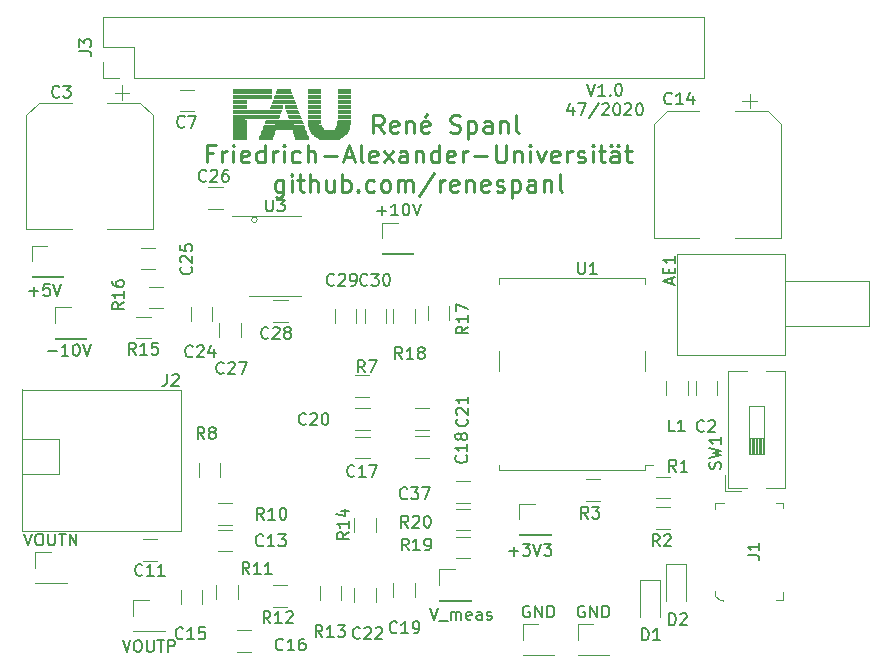
<source format=gbr>
%TF.GenerationSoftware,KiCad,Pcbnew,(5.1.5)-3*%
%TF.CreationDate,2020-11-20T20:43:38+01:00*%
%TF.ProjectId,PCB,5043422e-6b69-4636-9164-5f7063625858,rev?*%
%TF.SameCoordinates,Original*%
%TF.FileFunction,Legend,Top*%
%TF.FilePolarity,Positive*%
%FSLAX46Y46*%
G04 Gerber Fmt 4.6, Leading zero omitted, Abs format (unit mm)*
G04 Created by KiCad (PCBNEW (5.1.5)-3) date 2020-11-20 20:43:38*
%MOMM*%
%LPD*%
G04 APERTURE LIST*
%ADD10C,0.150000*%
%ADD11C,0.250000*%
%ADD12C,0.010000*%
%ADD13C,0.120000*%
%ADD14C,0.100000*%
G04 APERTURE END LIST*
D10*
X114176190Y-120827380D02*
X114509523Y-121827380D01*
X114842857Y-120827380D01*
X115700000Y-121827380D02*
X115128571Y-121827380D01*
X115414285Y-121827380D02*
X115414285Y-120827380D01*
X115319047Y-120970238D01*
X115223809Y-121065476D01*
X115128571Y-121113095D01*
X116128571Y-121732142D02*
X116176190Y-121779761D01*
X116128571Y-121827380D01*
X116080952Y-121779761D01*
X116128571Y-121732142D01*
X116128571Y-121827380D01*
X116795238Y-120827380D02*
X116890476Y-120827380D01*
X116985714Y-120875000D01*
X117033333Y-120922619D01*
X117080952Y-121017857D01*
X117128571Y-121208333D01*
X117128571Y-121446428D01*
X117080952Y-121636904D01*
X117033333Y-121732142D01*
X116985714Y-121779761D01*
X116890476Y-121827380D01*
X116795238Y-121827380D01*
X116700000Y-121779761D01*
X116652380Y-121732142D01*
X116604761Y-121636904D01*
X116557142Y-121446428D01*
X116557142Y-121208333D01*
X116604761Y-121017857D01*
X116652380Y-120922619D01*
X116700000Y-120875000D01*
X116795238Y-120827380D01*
X112985714Y-122810714D02*
X112985714Y-123477380D01*
X112747619Y-122429761D02*
X112509523Y-123144047D01*
X113128571Y-123144047D01*
X113414285Y-122477380D02*
X114080952Y-122477380D01*
X113652380Y-123477380D01*
X115176190Y-122429761D02*
X114319047Y-123715476D01*
X115461904Y-122572619D02*
X115509523Y-122525000D01*
X115604761Y-122477380D01*
X115842857Y-122477380D01*
X115938095Y-122525000D01*
X115985714Y-122572619D01*
X116033333Y-122667857D01*
X116033333Y-122763095D01*
X115985714Y-122905952D01*
X115414285Y-123477380D01*
X116033333Y-123477380D01*
X116652380Y-122477380D02*
X116747619Y-122477380D01*
X116842857Y-122525000D01*
X116890476Y-122572619D01*
X116938095Y-122667857D01*
X116985714Y-122858333D01*
X116985714Y-123096428D01*
X116938095Y-123286904D01*
X116890476Y-123382142D01*
X116842857Y-123429761D01*
X116747619Y-123477380D01*
X116652380Y-123477380D01*
X116557142Y-123429761D01*
X116509523Y-123382142D01*
X116461904Y-123286904D01*
X116414285Y-123096428D01*
X116414285Y-122858333D01*
X116461904Y-122667857D01*
X116509523Y-122572619D01*
X116557142Y-122525000D01*
X116652380Y-122477380D01*
X117366666Y-122572619D02*
X117414285Y-122525000D01*
X117509523Y-122477380D01*
X117747619Y-122477380D01*
X117842857Y-122525000D01*
X117890476Y-122572619D01*
X117938095Y-122667857D01*
X117938095Y-122763095D01*
X117890476Y-122905952D01*
X117319047Y-123477380D01*
X117938095Y-123477380D01*
X118557142Y-122477380D02*
X118652380Y-122477380D01*
X118747619Y-122525000D01*
X118795238Y-122572619D01*
X118842857Y-122667857D01*
X118890476Y-122858333D01*
X118890476Y-123096428D01*
X118842857Y-123286904D01*
X118795238Y-123382142D01*
X118747619Y-123429761D01*
X118652380Y-123477380D01*
X118557142Y-123477380D01*
X118461904Y-123429761D01*
X118414285Y-123382142D01*
X118366666Y-123286904D01*
X118319047Y-123096428D01*
X118319047Y-122858333D01*
X118366666Y-122667857D01*
X118414285Y-122572619D01*
X118461904Y-122525000D01*
X118557142Y-122477380D01*
D11*
X96944228Y-124988071D02*
X96444228Y-124273785D01*
X96087085Y-124988071D02*
X96087085Y-123488071D01*
X96658514Y-123488071D01*
X96801371Y-123559500D01*
X96872800Y-123630928D01*
X96944228Y-123773785D01*
X96944228Y-123988071D01*
X96872800Y-124130928D01*
X96801371Y-124202357D01*
X96658514Y-124273785D01*
X96087085Y-124273785D01*
X98158514Y-124916642D02*
X98015657Y-124988071D01*
X97729942Y-124988071D01*
X97587085Y-124916642D01*
X97515657Y-124773785D01*
X97515657Y-124202357D01*
X97587085Y-124059500D01*
X97729942Y-123988071D01*
X98015657Y-123988071D01*
X98158514Y-124059500D01*
X98229942Y-124202357D01*
X98229942Y-124345214D01*
X97515657Y-124488071D01*
X98872800Y-123988071D02*
X98872800Y-124988071D01*
X98872800Y-124130928D02*
X98944228Y-124059500D01*
X99087085Y-123988071D01*
X99301371Y-123988071D01*
X99444228Y-124059500D01*
X99515657Y-124202357D01*
X99515657Y-124988071D01*
X100801371Y-124916642D02*
X100658514Y-124988071D01*
X100372800Y-124988071D01*
X100229942Y-124916642D01*
X100158514Y-124773785D01*
X100158514Y-124202357D01*
X100229942Y-124059500D01*
X100372800Y-123988071D01*
X100658514Y-123988071D01*
X100801371Y-124059500D01*
X100872800Y-124202357D01*
X100872800Y-124345214D01*
X100158514Y-124488071D01*
X100658514Y-123416642D02*
X100444228Y-123630928D01*
X102587085Y-124916642D02*
X102801371Y-124988071D01*
X103158514Y-124988071D01*
X103301371Y-124916642D01*
X103372800Y-124845214D01*
X103444228Y-124702357D01*
X103444228Y-124559500D01*
X103372800Y-124416642D01*
X103301371Y-124345214D01*
X103158514Y-124273785D01*
X102872800Y-124202357D01*
X102729942Y-124130928D01*
X102658514Y-124059500D01*
X102587085Y-123916642D01*
X102587085Y-123773785D01*
X102658514Y-123630928D01*
X102729942Y-123559500D01*
X102872800Y-123488071D01*
X103229942Y-123488071D01*
X103444228Y-123559500D01*
X104087085Y-123988071D02*
X104087085Y-125488071D01*
X104087085Y-124059500D02*
X104229942Y-123988071D01*
X104515657Y-123988071D01*
X104658514Y-124059500D01*
X104729942Y-124130928D01*
X104801371Y-124273785D01*
X104801371Y-124702357D01*
X104729942Y-124845214D01*
X104658514Y-124916642D01*
X104515657Y-124988071D01*
X104229942Y-124988071D01*
X104087085Y-124916642D01*
X106087085Y-124988071D02*
X106087085Y-124202357D01*
X106015657Y-124059500D01*
X105872800Y-123988071D01*
X105587085Y-123988071D01*
X105444228Y-124059500D01*
X106087085Y-124916642D02*
X105944228Y-124988071D01*
X105587085Y-124988071D01*
X105444228Y-124916642D01*
X105372800Y-124773785D01*
X105372800Y-124630928D01*
X105444228Y-124488071D01*
X105587085Y-124416642D01*
X105944228Y-124416642D01*
X106087085Y-124345214D01*
X106801371Y-123988071D02*
X106801371Y-124988071D01*
X106801371Y-124130928D02*
X106872800Y-124059500D01*
X107015657Y-123988071D01*
X107229942Y-123988071D01*
X107372800Y-124059500D01*
X107444228Y-124202357D01*
X107444228Y-124988071D01*
X108372800Y-124988071D02*
X108229942Y-124916642D01*
X108158514Y-124773785D01*
X108158514Y-123488071D01*
X82515657Y-126702357D02*
X82015657Y-126702357D01*
X82015657Y-127488071D02*
X82015657Y-125988071D01*
X82729942Y-125988071D01*
X83301371Y-127488071D02*
X83301371Y-126488071D01*
X83301371Y-126773785D02*
X83372800Y-126630928D01*
X83444228Y-126559500D01*
X83587085Y-126488071D01*
X83729942Y-126488071D01*
X84229942Y-127488071D02*
X84229942Y-126488071D01*
X84229942Y-125988071D02*
X84158514Y-126059500D01*
X84229942Y-126130928D01*
X84301371Y-126059500D01*
X84229942Y-125988071D01*
X84229942Y-126130928D01*
X85515657Y-127416642D02*
X85372800Y-127488071D01*
X85087085Y-127488071D01*
X84944228Y-127416642D01*
X84872800Y-127273785D01*
X84872800Y-126702357D01*
X84944228Y-126559500D01*
X85087085Y-126488071D01*
X85372800Y-126488071D01*
X85515657Y-126559500D01*
X85587085Y-126702357D01*
X85587085Y-126845214D01*
X84872800Y-126988071D01*
X86872800Y-127488071D02*
X86872800Y-125988071D01*
X86872800Y-127416642D02*
X86729942Y-127488071D01*
X86444228Y-127488071D01*
X86301371Y-127416642D01*
X86229942Y-127345214D01*
X86158514Y-127202357D01*
X86158514Y-126773785D01*
X86229942Y-126630928D01*
X86301371Y-126559500D01*
X86444228Y-126488071D01*
X86729942Y-126488071D01*
X86872800Y-126559500D01*
X87587085Y-127488071D02*
X87587085Y-126488071D01*
X87587085Y-126773785D02*
X87658514Y-126630928D01*
X87729942Y-126559500D01*
X87872800Y-126488071D01*
X88015657Y-126488071D01*
X88515657Y-127488071D02*
X88515657Y-126488071D01*
X88515657Y-125988071D02*
X88444228Y-126059500D01*
X88515657Y-126130928D01*
X88587085Y-126059500D01*
X88515657Y-125988071D01*
X88515657Y-126130928D01*
X89872800Y-127416642D02*
X89729942Y-127488071D01*
X89444228Y-127488071D01*
X89301371Y-127416642D01*
X89229942Y-127345214D01*
X89158514Y-127202357D01*
X89158514Y-126773785D01*
X89229942Y-126630928D01*
X89301371Y-126559500D01*
X89444228Y-126488071D01*
X89729942Y-126488071D01*
X89872800Y-126559500D01*
X90515657Y-127488071D02*
X90515657Y-125988071D01*
X91158514Y-127488071D02*
X91158514Y-126702357D01*
X91087085Y-126559500D01*
X90944228Y-126488071D01*
X90729942Y-126488071D01*
X90587085Y-126559500D01*
X90515657Y-126630928D01*
X91872800Y-126916642D02*
X93015657Y-126916642D01*
X93658514Y-127059500D02*
X94372800Y-127059500D01*
X93515657Y-127488071D02*
X94015657Y-125988071D01*
X94515657Y-127488071D01*
X95229942Y-127488071D02*
X95087085Y-127416642D01*
X95015657Y-127273785D01*
X95015657Y-125988071D01*
X96372800Y-127416642D02*
X96229942Y-127488071D01*
X95944228Y-127488071D01*
X95801371Y-127416642D01*
X95729942Y-127273785D01*
X95729942Y-126702357D01*
X95801371Y-126559500D01*
X95944228Y-126488071D01*
X96229942Y-126488071D01*
X96372800Y-126559500D01*
X96444228Y-126702357D01*
X96444228Y-126845214D01*
X95729942Y-126988071D01*
X96944228Y-127488071D02*
X97729942Y-126488071D01*
X96944228Y-126488071D02*
X97729942Y-127488071D01*
X98944228Y-127488071D02*
X98944228Y-126702357D01*
X98872800Y-126559500D01*
X98729942Y-126488071D01*
X98444228Y-126488071D01*
X98301371Y-126559500D01*
X98944228Y-127416642D02*
X98801371Y-127488071D01*
X98444228Y-127488071D01*
X98301371Y-127416642D01*
X98229942Y-127273785D01*
X98229942Y-127130928D01*
X98301371Y-126988071D01*
X98444228Y-126916642D01*
X98801371Y-126916642D01*
X98944228Y-126845214D01*
X99658514Y-126488071D02*
X99658514Y-127488071D01*
X99658514Y-126630928D02*
X99729942Y-126559500D01*
X99872800Y-126488071D01*
X100087085Y-126488071D01*
X100229942Y-126559500D01*
X100301371Y-126702357D01*
X100301371Y-127488071D01*
X101658514Y-127488071D02*
X101658514Y-125988071D01*
X101658514Y-127416642D02*
X101515657Y-127488071D01*
X101229942Y-127488071D01*
X101087085Y-127416642D01*
X101015657Y-127345214D01*
X100944228Y-127202357D01*
X100944228Y-126773785D01*
X101015657Y-126630928D01*
X101087085Y-126559500D01*
X101229942Y-126488071D01*
X101515657Y-126488071D01*
X101658514Y-126559500D01*
X102944228Y-127416642D02*
X102801371Y-127488071D01*
X102515657Y-127488071D01*
X102372800Y-127416642D01*
X102301371Y-127273785D01*
X102301371Y-126702357D01*
X102372800Y-126559500D01*
X102515657Y-126488071D01*
X102801371Y-126488071D01*
X102944228Y-126559500D01*
X103015657Y-126702357D01*
X103015657Y-126845214D01*
X102301371Y-126988071D01*
X103658514Y-127488071D02*
X103658514Y-126488071D01*
X103658514Y-126773785D02*
X103729942Y-126630928D01*
X103801371Y-126559500D01*
X103944228Y-126488071D01*
X104087085Y-126488071D01*
X104587085Y-126916642D02*
X105729942Y-126916642D01*
X106444228Y-125988071D02*
X106444228Y-127202357D01*
X106515657Y-127345214D01*
X106587085Y-127416642D01*
X106729942Y-127488071D01*
X107015657Y-127488071D01*
X107158514Y-127416642D01*
X107229942Y-127345214D01*
X107301371Y-127202357D01*
X107301371Y-125988071D01*
X108015657Y-126488071D02*
X108015657Y-127488071D01*
X108015657Y-126630928D02*
X108087085Y-126559500D01*
X108229942Y-126488071D01*
X108444228Y-126488071D01*
X108587085Y-126559500D01*
X108658514Y-126702357D01*
X108658514Y-127488071D01*
X109372800Y-127488071D02*
X109372800Y-126488071D01*
X109372800Y-125988071D02*
X109301371Y-126059500D01*
X109372800Y-126130928D01*
X109444228Y-126059500D01*
X109372800Y-125988071D01*
X109372800Y-126130928D01*
X109944228Y-126488071D02*
X110301371Y-127488071D01*
X110658514Y-126488071D01*
X111801371Y-127416642D02*
X111658514Y-127488071D01*
X111372800Y-127488071D01*
X111229942Y-127416642D01*
X111158514Y-127273785D01*
X111158514Y-126702357D01*
X111229942Y-126559500D01*
X111372800Y-126488071D01*
X111658514Y-126488071D01*
X111801371Y-126559500D01*
X111872800Y-126702357D01*
X111872800Y-126845214D01*
X111158514Y-126988071D01*
X112515657Y-127488071D02*
X112515657Y-126488071D01*
X112515657Y-126773785D02*
X112587085Y-126630928D01*
X112658514Y-126559500D01*
X112801371Y-126488071D01*
X112944228Y-126488071D01*
X113372800Y-127416642D02*
X113515657Y-127488071D01*
X113801371Y-127488071D01*
X113944228Y-127416642D01*
X114015657Y-127273785D01*
X114015657Y-127202357D01*
X113944228Y-127059500D01*
X113801371Y-126988071D01*
X113587085Y-126988071D01*
X113444228Y-126916642D01*
X113372800Y-126773785D01*
X113372800Y-126702357D01*
X113444228Y-126559500D01*
X113587085Y-126488071D01*
X113801371Y-126488071D01*
X113944228Y-126559500D01*
X114658514Y-127488071D02*
X114658514Y-126488071D01*
X114658514Y-125988071D02*
X114587085Y-126059500D01*
X114658514Y-126130928D01*
X114729942Y-126059500D01*
X114658514Y-125988071D01*
X114658514Y-126130928D01*
X115158514Y-126488071D02*
X115729942Y-126488071D01*
X115372800Y-125988071D02*
X115372800Y-127273785D01*
X115444228Y-127416642D01*
X115587085Y-127488071D01*
X115729942Y-127488071D01*
X116872800Y-127488071D02*
X116872800Y-126702357D01*
X116801371Y-126559500D01*
X116658514Y-126488071D01*
X116372800Y-126488071D01*
X116229942Y-126559500D01*
X116872800Y-127416642D02*
X116729942Y-127488071D01*
X116372800Y-127488071D01*
X116229942Y-127416642D01*
X116158514Y-127273785D01*
X116158514Y-127130928D01*
X116229942Y-126988071D01*
X116372800Y-126916642D01*
X116729942Y-126916642D01*
X116872800Y-126845214D01*
X116229942Y-125988071D02*
X116301371Y-126059500D01*
X116229942Y-126130928D01*
X116158514Y-126059500D01*
X116229942Y-125988071D01*
X116229942Y-126130928D01*
X116801371Y-125988071D02*
X116872800Y-126059500D01*
X116801371Y-126130928D01*
X116729942Y-126059500D01*
X116801371Y-125988071D01*
X116801371Y-126130928D01*
X117372800Y-126488071D02*
X117944228Y-126488071D01*
X117587085Y-125988071D02*
X117587085Y-127273785D01*
X117658514Y-127416642D01*
X117801371Y-127488071D01*
X117944228Y-127488071D01*
X88444228Y-128988071D02*
X88444228Y-130202357D01*
X88372800Y-130345214D01*
X88301371Y-130416642D01*
X88158514Y-130488071D01*
X87944228Y-130488071D01*
X87801371Y-130416642D01*
X88444228Y-129916642D02*
X88301371Y-129988071D01*
X88015657Y-129988071D01*
X87872800Y-129916642D01*
X87801371Y-129845214D01*
X87729942Y-129702357D01*
X87729942Y-129273785D01*
X87801371Y-129130928D01*
X87872800Y-129059500D01*
X88015657Y-128988071D01*
X88301371Y-128988071D01*
X88444228Y-129059500D01*
X89158514Y-129988071D02*
X89158514Y-128988071D01*
X89158514Y-128488071D02*
X89087085Y-128559500D01*
X89158514Y-128630928D01*
X89229942Y-128559500D01*
X89158514Y-128488071D01*
X89158514Y-128630928D01*
X89658514Y-128988071D02*
X90229942Y-128988071D01*
X89872800Y-128488071D02*
X89872800Y-129773785D01*
X89944228Y-129916642D01*
X90087085Y-129988071D01*
X90229942Y-129988071D01*
X90729942Y-129988071D02*
X90729942Y-128488071D01*
X91372800Y-129988071D02*
X91372800Y-129202357D01*
X91301371Y-129059500D01*
X91158514Y-128988071D01*
X90944228Y-128988071D01*
X90801371Y-129059500D01*
X90729942Y-129130928D01*
X92729942Y-128988071D02*
X92729942Y-129988071D01*
X92087085Y-128988071D02*
X92087085Y-129773785D01*
X92158514Y-129916642D01*
X92301371Y-129988071D01*
X92515657Y-129988071D01*
X92658514Y-129916642D01*
X92729942Y-129845214D01*
X93444228Y-129988071D02*
X93444228Y-128488071D01*
X93444228Y-129059500D02*
X93587085Y-128988071D01*
X93872800Y-128988071D01*
X94015657Y-129059500D01*
X94087085Y-129130928D01*
X94158514Y-129273785D01*
X94158514Y-129702357D01*
X94087085Y-129845214D01*
X94015657Y-129916642D01*
X93872800Y-129988071D01*
X93587085Y-129988071D01*
X93444228Y-129916642D01*
X94801371Y-129845214D02*
X94872800Y-129916642D01*
X94801371Y-129988071D01*
X94729942Y-129916642D01*
X94801371Y-129845214D01*
X94801371Y-129988071D01*
X96158514Y-129916642D02*
X96015657Y-129988071D01*
X95729942Y-129988071D01*
X95587085Y-129916642D01*
X95515657Y-129845214D01*
X95444228Y-129702357D01*
X95444228Y-129273785D01*
X95515657Y-129130928D01*
X95587085Y-129059500D01*
X95729942Y-128988071D01*
X96015657Y-128988071D01*
X96158514Y-129059500D01*
X97015657Y-129988071D02*
X96872800Y-129916642D01*
X96801371Y-129845214D01*
X96729942Y-129702357D01*
X96729942Y-129273785D01*
X96801371Y-129130928D01*
X96872800Y-129059500D01*
X97015657Y-128988071D01*
X97229942Y-128988071D01*
X97372800Y-129059500D01*
X97444228Y-129130928D01*
X97515657Y-129273785D01*
X97515657Y-129702357D01*
X97444228Y-129845214D01*
X97372800Y-129916642D01*
X97229942Y-129988071D01*
X97015657Y-129988071D01*
X98158514Y-129988071D02*
X98158514Y-128988071D01*
X98158514Y-129130928D02*
X98229942Y-129059500D01*
X98372800Y-128988071D01*
X98587085Y-128988071D01*
X98729942Y-129059500D01*
X98801371Y-129202357D01*
X98801371Y-129988071D01*
X98801371Y-129202357D02*
X98872800Y-129059500D01*
X99015657Y-128988071D01*
X99229942Y-128988071D01*
X99372800Y-129059500D01*
X99444228Y-129202357D01*
X99444228Y-129988071D01*
X101229942Y-128416642D02*
X99944228Y-130345214D01*
X101729942Y-129988071D02*
X101729942Y-128988071D01*
X101729942Y-129273785D02*
X101801371Y-129130928D01*
X101872800Y-129059500D01*
X102015657Y-128988071D01*
X102158514Y-128988071D01*
X103229942Y-129916642D02*
X103087085Y-129988071D01*
X102801371Y-129988071D01*
X102658514Y-129916642D01*
X102587085Y-129773785D01*
X102587085Y-129202357D01*
X102658514Y-129059500D01*
X102801371Y-128988071D01*
X103087085Y-128988071D01*
X103229942Y-129059500D01*
X103301371Y-129202357D01*
X103301371Y-129345214D01*
X102587085Y-129488071D01*
X103944228Y-128988071D02*
X103944228Y-129988071D01*
X103944228Y-129130928D02*
X104015657Y-129059500D01*
X104158514Y-128988071D01*
X104372800Y-128988071D01*
X104515657Y-129059500D01*
X104587085Y-129202357D01*
X104587085Y-129988071D01*
X105872800Y-129916642D02*
X105729942Y-129988071D01*
X105444228Y-129988071D01*
X105301371Y-129916642D01*
X105229942Y-129773785D01*
X105229942Y-129202357D01*
X105301371Y-129059500D01*
X105444228Y-128988071D01*
X105729942Y-128988071D01*
X105872800Y-129059500D01*
X105944228Y-129202357D01*
X105944228Y-129345214D01*
X105229942Y-129488071D01*
X106515657Y-129916642D02*
X106658514Y-129988071D01*
X106944228Y-129988071D01*
X107087085Y-129916642D01*
X107158514Y-129773785D01*
X107158514Y-129702357D01*
X107087085Y-129559500D01*
X106944228Y-129488071D01*
X106729942Y-129488071D01*
X106587085Y-129416642D01*
X106515657Y-129273785D01*
X106515657Y-129202357D01*
X106587085Y-129059500D01*
X106729942Y-128988071D01*
X106944228Y-128988071D01*
X107087085Y-129059500D01*
X107801371Y-128988071D02*
X107801371Y-130488071D01*
X107801371Y-129059500D02*
X107944228Y-128988071D01*
X108229942Y-128988071D01*
X108372800Y-129059500D01*
X108444228Y-129130928D01*
X108515657Y-129273785D01*
X108515657Y-129702357D01*
X108444228Y-129845214D01*
X108372800Y-129916642D01*
X108229942Y-129988071D01*
X107944228Y-129988071D01*
X107801371Y-129916642D01*
X109801371Y-129988071D02*
X109801371Y-129202357D01*
X109729942Y-129059500D01*
X109587085Y-128988071D01*
X109301371Y-128988071D01*
X109158514Y-129059500D01*
X109801371Y-129916642D02*
X109658514Y-129988071D01*
X109301371Y-129988071D01*
X109158514Y-129916642D01*
X109087085Y-129773785D01*
X109087085Y-129630928D01*
X109158514Y-129488071D01*
X109301371Y-129416642D01*
X109658514Y-129416642D01*
X109801371Y-129345214D01*
X110515657Y-128988071D02*
X110515657Y-129988071D01*
X110515657Y-129130928D02*
X110587085Y-129059500D01*
X110729942Y-128988071D01*
X110944228Y-128988071D01*
X111087085Y-129059500D01*
X111158514Y-129202357D01*
X111158514Y-129988071D01*
X112087085Y-129988071D02*
X111944228Y-129916642D01*
X111872800Y-129773785D01*
X111872800Y-128488071D01*
D12*
%TO.C,G\002A\002A\002A*%
G36*
X85267800Y-125196600D02*
G01*
X85267800Y-125484467D01*
X84226400Y-125493423D01*
X84226400Y-125187644D01*
X85267800Y-125196600D01*
G37*
X85267800Y-125196600D02*
X85267800Y-125484467D01*
X84226400Y-125493423D01*
X84226400Y-125187644D01*
X85267800Y-125196600D01*
G36*
X87413499Y-125191732D02*
G01*
X87485282Y-125193548D01*
X87534693Y-125196488D01*
X87564603Y-125200640D01*
X87577884Y-125206093D01*
X87579200Y-125209008D01*
X87574109Y-125234260D01*
X87560591Y-125282331D01*
X87541279Y-125344029D01*
X87535476Y-125361642D01*
X87491752Y-125492934D01*
X86942810Y-125492934D01*
X86785752Y-125492668D01*
X86659714Y-125491798D01*
X86561850Y-125490212D01*
X86489318Y-125487799D01*
X86439272Y-125484448D01*
X86408870Y-125480048D01*
X86395266Y-125474487D01*
X86393867Y-125471491D01*
X86399640Y-125446360D01*
X86414948Y-125398961D01*
X86436773Y-125338478D01*
X86442535Y-125323325D01*
X86491203Y-125196600D01*
X87035202Y-125192132D01*
X87191330Y-125191113D01*
X87316472Y-125190950D01*
X87413499Y-125191732D01*
G37*
X87413499Y-125191732D02*
X87485282Y-125193548D01*
X87534693Y-125196488D01*
X87564603Y-125200640D01*
X87577884Y-125206093D01*
X87579200Y-125209008D01*
X87574109Y-125234260D01*
X87560591Y-125282331D01*
X87541279Y-125344029D01*
X87535476Y-125361642D01*
X87491752Y-125492934D01*
X86942810Y-125492934D01*
X86785752Y-125492668D01*
X86659714Y-125491798D01*
X86561850Y-125490212D01*
X86489318Y-125487799D01*
X86439272Y-125484448D01*
X86408870Y-125480048D01*
X86395266Y-125474487D01*
X86393867Y-125471491D01*
X86399640Y-125446360D01*
X86414948Y-125398961D01*
X86436773Y-125338478D01*
X86442535Y-125323325D01*
X86491203Y-125196600D01*
X87035202Y-125192132D01*
X87191330Y-125191113D01*
X87316472Y-125190950D01*
X87413499Y-125191732D01*
G36*
X90523352Y-125328686D02*
G01*
X90547044Y-125392712D01*
X90565278Y-125444380D01*
X90575301Y-125475776D01*
X90576400Y-125481086D01*
X90560127Y-125483929D01*
X90513946Y-125486528D01*
X90441816Y-125488797D01*
X90347696Y-125490652D01*
X90235545Y-125492009D01*
X90109322Y-125492783D01*
X90021090Y-125492934D01*
X89465781Y-125492934D01*
X89419957Y-125352225D01*
X89399349Y-125287689D01*
X89383547Y-125235809D01*
X89374985Y-125204684D01*
X89374134Y-125199825D01*
X89390403Y-125197001D01*
X89436553Y-125194423D01*
X89508600Y-125192175D01*
X89602560Y-125190343D01*
X89714446Y-125189011D01*
X89840276Y-125188265D01*
X89922219Y-125188133D01*
X90470304Y-125188133D01*
X90523352Y-125328686D01*
G37*
X90523352Y-125328686D02*
X90547044Y-125392712D01*
X90565278Y-125444380D01*
X90575301Y-125475776D01*
X90576400Y-125481086D01*
X90560127Y-125483929D01*
X90513946Y-125486528D01*
X90441816Y-125488797D01*
X90347696Y-125490652D01*
X90235545Y-125492009D01*
X90109322Y-125492783D01*
X90021090Y-125492934D01*
X89465781Y-125492934D01*
X89419957Y-125352225D01*
X89399349Y-125287689D01*
X89383547Y-125235809D01*
X89374985Y-125204684D01*
X89374134Y-125199825D01*
X89390403Y-125197001D01*
X89436553Y-125194423D01*
X89508600Y-125192175D01*
X89602560Y-125190343D01*
X89714446Y-125189011D01*
X89840276Y-125188265D01*
X89922219Y-125188133D01*
X90470304Y-125188133D01*
X90523352Y-125328686D01*
G36*
X93565134Y-125189405D02*
G01*
X93497400Y-125248294D01*
X93454830Y-125279473D01*
X93390618Y-125319470D01*
X93313856Y-125362875D01*
X93242217Y-125400059D01*
X93054767Y-125492934D01*
X92310883Y-125491975D01*
X91567000Y-125491017D01*
X91429483Y-125426355D01*
X91357345Y-125389987D01*
X91281216Y-125347567D01*
X91208026Y-125303429D01*
X91144700Y-125261908D01*
X91098167Y-125227339D01*
X91075984Y-125205149D01*
X91090478Y-125201443D01*
X91138832Y-125198210D01*
X91221042Y-125195452D01*
X91337105Y-125193167D01*
X91487017Y-125191357D01*
X91670775Y-125190021D01*
X91888375Y-125189158D01*
X92139813Y-125188770D01*
X92315301Y-125188769D01*
X93565134Y-125189405D01*
G37*
X93565134Y-125189405D02*
X93497400Y-125248294D01*
X93454830Y-125279473D01*
X93390618Y-125319470D01*
X93313856Y-125362875D01*
X93242217Y-125400059D01*
X93054767Y-125492934D01*
X92310883Y-125491975D01*
X91567000Y-125491017D01*
X91429483Y-125426355D01*
X91357345Y-125389987D01*
X91281216Y-125347567D01*
X91208026Y-125303429D01*
X91144700Y-125261908D01*
X91098167Y-125227339D01*
X91075984Y-125205149D01*
X91090478Y-125201443D01*
X91138832Y-125198210D01*
X91221042Y-125195452D01*
X91337105Y-125193167D01*
X91487017Y-125191357D01*
X91670775Y-125190021D01*
X91888375Y-125189158D01*
X92139813Y-125188770D01*
X92315301Y-125188769D01*
X93565134Y-125189405D01*
G36*
X85276267Y-125052667D02*
G01*
X84226400Y-125052667D01*
X84226400Y-124764800D01*
X85276267Y-124764800D01*
X85276267Y-125052667D01*
G37*
X85276267Y-125052667D02*
X84226400Y-125052667D01*
X84226400Y-124764800D01*
X85276267Y-124764800D01*
X85276267Y-125052667D01*
G36*
X87429388Y-124768215D02*
G01*
X87532955Y-124769087D01*
X87616894Y-124770649D01*
X87677176Y-124772838D01*
X87709769Y-124775589D01*
X87714440Y-124777262D01*
X87709501Y-124798520D01*
X87696614Y-124843226D01*
X87678326Y-124902628D01*
X87673704Y-124917200D01*
X87633194Y-125044200D01*
X87088514Y-125048670D01*
X86543835Y-125053139D01*
X86555944Y-125014803D01*
X86568274Y-124978719D01*
X86587938Y-124924118D01*
X86606182Y-124874867D01*
X86644311Y-124773267D01*
X87179489Y-124768796D01*
X87310223Y-124768096D01*
X87429388Y-124768215D01*
G37*
X87429388Y-124768215D02*
X87532955Y-124769087D01*
X87616894Y-124770649D01*
X87677176Y-124772838D01*
X87709769Y-124775589D01*
X87714440Y-124777262D01*
X87709501Y-124798520D01*
X87696614Y-124843226D01*
X87678326Y-124902628D01*
X87673704Y-124917200D01*
X87633194Y-125044200D01*
X87088514Y-125048670D01*
X86543835Y-125053139D01*
X86555944Y-125014803D01*
X86568274Y-124978719D01*
X86587938Y-124924118D01*
X86606182Y-124874867D01*
X86644311Y-124773267D01*
X87179489Y-124768796D01*
X87310223Y-124768096D01*
X87429388Y-124768215D01*
G36*
X89703223Y-124768313D02*
G01*
X89775072Y-124768796D01*
X90311477Y-124773267D01*
X90366029Y-124912967D01*
X90420582Y-125052667D01*
X89326115Y-125052667D01*
X89282391Y-124921376D01*
X89262097Y-124858959D01*
X89246810Y-124809121D01*
X89239112Y-124780373D01*
X89238667Y-124777205D01*
X89254927Y-124774197D01*
X89301024Y-124771715D01*
X89372929Y-124769823D01*
X89466616Y-124768583D01*
X89578056Y-124768058D01*
X89703223Y-124768313D01*
G37*
X89703223Y-124768313D02*
X89775072Y-124768796D01*
X90311477Y-124773267D01*
X90366029Y-124912967D01*
X90420582Y-125052667D01*
X89326115Y-125052667D01*
X89282391Y-124921376D01*
X89262097Y-124858959D01*
X89246810Y-124809121D01*
X89239112Y-124780373D01*
X89238667Y-124777205D01*
X89254927Y-124774197D01*
X89301024Y-124771715D01*
X89372929Y-124769823D01*
X89466616Y-124768583D01*
X89578056Y-124768058D01*
X89703223Y-124768313D01*
G36*
X92558299Y-124764957D02*
G01*
X92790620Y-124765413D01*
X93006635Y-124766152D01*
X93204379Y-124767154D01*
X93381892Y-124768401D01*
X93537212Y-124769875D01*
X93668375Y-124771557D01*
X93773420Y-124773428D01*
X93850384Y-124775470D01*
X93897306Y-124777665D01*
X93912267Y-124779872D01*
X93902982Y-124799513D01*
X93878131Y-124839378D01*
X93842219Y-124892414D01*
X93823025Y-124919572D01*
X93733782Y-125044200D01*
X90899376Y-125052860D01*
X90832992Y-124963863D01*
X90792971Y-124907414D01*
X90757538Y-124852670D01*
X90738803Y-124819833D01*
X90710997Y-124764800D01*
X92311632Y-124764800D01*
X92558299Y-124764957D01*
G37*
X92558299Y-124764957D02*
X92790620Y-124765413D01*
X93006635Y-124766152D01*
X93204379Y-124767154D01*
X93381892Y-124768401D01*
X93537212Y-124769875D01*
X93668375Y-124771557D01*
X93773420Y-124773428D01*
X93850384Y-124775470D01*
X93897306Y-124777665D01*
X93912267Y-124779872D01*
X93902982Y-124799513D01*
X93878131Y-124839378D01*
X93842219Y-124892414D01*
X93823025Y-124919572D01*
X93733782Y-125044200D01*
X90899376Y-125052860D01*
X90832992Y-124963863D01*
X90792971Y-124907414D01*
X90757538Y-124852670D01*
X90738803Y-124819833D01*
X90710997Y-124764800D01*
X92311632Y-124764800D01*
X92558299Y-124764957D01*
G36*
X85272693Y-124472700D02*
G01*
X85267800Y-124620867D01*
X84226400Y-124629823D01*
X84226400Y-124324534D01*
X85277585Y-124324534D01*
X85272693Y-124472700D01*
G37*
X85272693Y-124472700D02*
X85267800Y-124620867D01*
X84226400Y-124629823D01*
X84226400Y-124324534D01*
X85277585Y-124324534D01*
X85272693Y-124472700D01*
G36*
X90193968Y-124455767D02*
G01*
X90217475Y-124519276D01*
X90236891Y-124571705D01*
X90248855Y-124603981D01*
X90250410Y-124608167D01*
X90245619Y-124611676D01*
X90227406Y-124614800D01*
X90194152Y-124617559D01*
X90144237Y-124619971D01*
X90076045Y-124622056D01*
X89987955Y-124623834D01*
X89878349Y-124625323D01*
X89745608Y-124626545D01*
X89588114Y-124627517D01*
X89404247Y-124628260D01*
X89192390Y-124628792D01*
X88950923Y-124629134D01*
X88678228Y-124629305D01*
X88489767Y-124629333D01*
X88247932Y-124629249D01*
X88015692Y-124629004D01*
X87795281Y-124628609D01*
X87588933Y-124628076D01*
X87398880Y-124627416D01*
X87227356Y-124626640D01*
X87076595Y-124625759D01*
X86948829Y-124624785D01*
X86846293Y-124623730D01*
X86771220Y-124622603D01*
X86725842Y-124621418D01*
X86712261Y-124620350D01*
X86713747Y-124601564D01*
X86725277Y-124558814D01*
X86744662Y-124499715D01*
X86756006Y-124468073D01*
X86808734Y-124324779D01*
X88477070Y-124324656D01*
X90145406Y-124324534D01*
X90193968Y-124455767D01*
G37*
X90193968Y-124455767D02*
X90217475Y-124519276D01*
X90236891Y-124571705D01*
X90248855Y-124603981D01*
X90250410Y-124608167D01*
X90245619Y-124611676D01*
X90227406Y-124614800D01*
X90194152Y-124617559D01*
X90144237Y-124619971D01*
X90076045Y-124622056D01*
X89987955Y-124623834D01*
X89878349Y-124625323D01*
X89745608Y-124626545D01*
X89588114Y-124627517D01*
X89404247Y-124628260D01*
X89192390Y-124628792D01*
X88950923Y-124629134D01*
X88678228Y-124629305D01*
X88489767Y-124629333D01*
X88247932Y-124629249D01*
X88015692Y-124629004D01*
X87795281Y-124628609D01*
X87588933Y-124628076D01*
X87398880Y-124627416D01*
X87227356Y-124626640D01*
X87076595Y-124625759D01*
X86948829Y-124624785D01*
X86846293Y-124623730D01*
X86771220Y-124622603D01*
X86725842Y-124621418D01*
X86712261Y-124620350D01*
X86713747Y-124601564D01*
X86725277Y-124558814D01*
X86744662Y-124499715D01*
X86756006Y-124468073D01*
X86808734Y-124324779D01*
X88477070Y-124324656D01*
X90145406Y-124324534D01*
X90193968Y-124455767D01*
G36*
X91674127Y-124409971D02*
G01*
X91706902Y-124471387D01*
X91745408Y-124529891D01*
X91762928Y-124551907D01*
X91792985Y-124588294D01*
X91810608Y-124613793D01*
X91812533Y-124618869D01*
X91796244Y-124621321D01*
X91749950Y-124623570D01*
X91677513Y-124625544D01*
X91582796Y-124627177D01*
X91469659Y-124628397D01*
X91341966Y-124629135D01*
X91229014Y-124629333D01*
X90645494Y-124629333D01*
X90610947Y-124517483D01*
X90593238Y-124454377D01*
X90580778Y-124398954D01*
X90576400Y-124365083D01*
X90576400Y-124324534D01*
X91634932Y-124324534D01*
X91674127Y-124409971D01*
G37*
X91674127Y-124409971D02*
X91706902Y-124471387D01*
X91745408Y-124529891D01*
X91762928Y-124551907D01*
X91792985Y-124588294D01*
X91810608Y-124613793D01*
X91812533Y-124618869D01*
X91796244Y-124621321D01*
X91749950Y-124623570D01*
X91677513Y-124625544D01*
X91582796Y-124627177D01*
X91469659Y-124628397D01*
X91341966Y-124629135D01*
X91229014Y-124629333D01*
X90645494Y-124629333D01*
X90610947Y-124517483D01*
X90593238Y-124454377D01*
X90580778Y-124398954D01*
X90576400Y-124365083D01*
X90576400Y-124324534D01*
X91634932Y-124324534D01*
X91674127Y-124409971D01*
G36*
X94035396Y-124438833D02*
G01*
X94020055Y-124502915D01*
X94005368Y-124558345D01*
X93995158Y-124591233D01*
X93980838Y-124629333D01*
X93396219Y-124629333D01*
X93259331Y-124629055D01*
X93133828Y-124628262D01*
X93023566Y-124627022D01*
X92932406Y-124625400D01*
X92864204Y-124623462D01*
X92822819Y-124621276D01*
X92811600Y-124619325D01*
X92821724Y-124601886D01*
X92847708Y-124567898D01*
X92870061Y-124541019D01*
X92911815Y-124484296D01*
X92948402Y-124421545D01*
X92958961Y-124398691D01*
X92989400Y-124324660D01*
X93525358Y-124324597D01*
X94061315Y-124324534D01*
X94035396Y-124438833D01*
G37*
X94035396Y-124438833D02*
X94020055Y-124502915D01*
X94005368Y-124558345D01*
X93995158Y-124591233D01*
X93980838Y-124629333D01*
X93396219Y-124629333D01*
X93259331Y-124629055D01*
X93133828Y-124628262D01*
X93023566Y-124627022D01*
X92932406Y-124625400D01*
X92864204Y-124623462D01*
X92822819Y-124621276D01*
X92811600Y-124619325D01*
X92821724Y-124601886D01*
X92847708Y-124567898D01*
X92870061Y-124541019D01*
X92911815Y-124484296D01*
X92948402Y-124421545D01*
X92958961Y-124398691D01*
X92989400Y-124324660D01*
X93525358Y-124324597D01*
X94061315Y-124324534D01*
X94035396Y-124438833D01*
G36*
X85276267Y-124189067D02*
G01*
X84226400Y-124189067D01*
X84226400Y-123901200D01*
X85276267Y-123901200D01*
X85276267Y-124189067D01*
G37*
X85276267Y-124189067D02*
X84226400Y-124189067D01*
X84226400Y-123901200D01*
X85276267Y-123901200D01*
X85276267Y-124189067D01*
G36*
X90035725Y-124036667D02*
G01*
X90058853Y-124097486D01*
X90076219Y-124145940D01*
X90084834Y-124173595D01*
X90085271Y-124176367D01*
X90068735Y-124178184D01*
X90020657Y-124179924D01*
X89943365Y-124181568D01*
X89839183Y-124183097D01*
X89710438Y-124184493D01*
X89559456Y-124185738D01*
X89388562Y-124186814D01*
X89200082Y-124187702D01*
X88996342Y-124188383D01*
X88779668Y-124188839D01*
X88552385Y-124189053D01*
X88476667Y-124189067D01*
X88246437Y-124188933D01*
X88026059Y-124188546D01*
X87817859Y-124187922D01*
X87624163Y-124187082D01*
X87447297Y-124186043D01*
X87289586Y-124184825D01*
X87153356Y-124183447D01*
X87040934Y-124181926D01*
X86954646Y-124180283D01*
X86896817Y-124178535D01*
X86869773Y-124176702D01*
X86868000Y-124176091D01*
X86873701Y-124155173D01*
X86888832Y-124111226D01*
X86910435Y-124052741D01*
X86916674Y-124036391D01*
X86965348Y-123909667D01*
X89986241Y-123909667D01*
X90035725Y-124036667D01*
G37*
X90035725Y-124036667D02*
X90058853Y-124097486D01*
X90076219Y-124145940D01*
X90084834Y-124173595D01*
X90085271Y-124176367D01*
X90068735Y-124178184D01*
X90020657Y-124179924D01*
X89943365Y-124181568D01*
X89839183Y-124183097D01*
X89710438Y-124184493D01*
X89559456Y-124185738D01*
X89388562Y-124186814D01*
X89200082Y-124187702D01*
X88996342Y-124188383D01*
X88779668Y-124188839D01*
X88552385Y-124189053D01*
X88476667Y-124189067D01*
X88246437Y-124188933D01*
X88026059Y-124188546D01*
X87817859Y-124187922D01*
X87624163Y-124187082D01*
X87447297Y-124186043D01*
X87289586Y-124184825D01*
X87153356Y-124183447D01*
X87040934Y-124181926D01*
X86954646Y-124180283D01*
X86896817Y-124178535D01*
X86869773Y-124176702D01*
X86868000Y-124176091D01*
X86873701Y-124155173D01*
X86888832Y-124111226D01*
X86910435Y-124052741D01*
X86916674Y-124036391D01*
X86965348Y-123909667D01*
X89986241Y-123909667D01*
X90035725Y-124036667D01*
G36*
X91592400Y-124018349D02*
G01*
X91593829Y-124081468D01*
X91597570Y-124133369D01*
X91602679Y-124162282D01*
X91602842Y-124169759D01*
X91594751Y-124175716D01*
X91575083Y-124180320D01*
X91540515Y-124183743D01*
X91487725Y-124186153D01*
X91413389Y-124187720D01*
X91314185Y-124188613D01*
X91186790Y-124189003D01*
X91077745Y-124189067D01*
X90542534Y-124189067D01*
X90542534Y-123901200D01*
X91592400Y-123901200D01*
X91592400Y-124018349D01*
G37*
X91592400Y-124018349D02*
X91593829Y-124081468D01*
X91597570Y-124133369D01*
X91602679Y-124162282D01*
X91602842Y-124169759D01*
X91594751Y-124175716D01*
X91575083Y-124180320D01*
X91540515Y-124183743D01*
X91487725Y-124186153D01*
X91413389Y-124187720D01*
X91314185Y-124188613D01*
X91186790Y-124189003D01*
X91077745Y-124189067D01*
X90542534Y-124189067D01*
X90542534Y-123901200D01*
X91592400Y-123901200D01*
X91592400Y-124018349D01*
G36*
X94081600Y-124189067D02*
G01*
X93021509Y-124189067D01*
X93034218Y-124074767D01*
X93040858Y-124011946D01*
X93045766Y-123959694D01*
X93047797Y-123930834D01*
X93050009Y-123922451D01*
X93058440Y-123915810D01*
X93076602Y-123910711D01*
X93108011Y-123906951D01*
X93156179Y-123904329D01*
X93224620Y-123902645D01*
X93316847Y-123901696D01*
X93436374Y-123901282D01*
X93565134Y-123901200D01*
X94081600Y-123901200D01*
X94081600Y-124189067D01*
G37*
X94081600Y-124189067D02*
X93021509Y-124189067D01*
X93034218Y-124074767D01*
X93040858Y-124011946D01*
X93045766Y-123959694D01*
X93047797Y-123930834D01*
X93050009Y-123922451D01*
X93058440Y-123915810D01*
X93076602Y-123910711D01*
X93108011Y-123906951D01*
X93156179Y-123904329D01*
X93224620Y-123902645D01*
X93316847Y-123901696D01*
X93436374Y-123901282D01*
X93565134Y-123901200D01*
X94081600Y-123901200D01*
X94081600Y-124189067D01*
G36*
X86482616Y-123461000D02*
G01*
X86759179Y-123461213D01*
X87004965Y-123461587D01*
X87221522Y-123462140D01*
X87410395Y-123462888D01*
X87573129Y-123463849D01*
X87711270Y-123465039D01*
X87826363Y-123466475D01*
X87919954Y-123468174D01*
X87993588Y-123470153D01*
X88048811Y-123472428D01*
X88087169Y-123475016D01*
X88110207Y-123477935D01*
X88119470Y-123481200D01*
X88119814Y-123482100D01*
X88114665Y-123507651D01*
X88102178Y-123556042D01*
X88084848Y-123617707D01*
X88081175Y-123630267D01*
X88043789Y-123757267D01*
X86135094Y-123761573D01*
X84226400Y-123765879D01*
X84226400Y-123460934D01*
X86173733Y-123460934D01*
X86482616Y-123461000D01*
G37*
X86482616Y-123461000D02*
X86759179Y-123461213D01*
X87004965Y-123461587D01*
X87221522Y-123462140D01*
X87410395Y-123462888D01*
X87573129Y-123463849D01*
X87711270Y-123465039D01*
X87826363Y-123466475D01*
X87919954Y-123468174D01*
X87993588Y-123470153D01*
X88048811Y-123472428D01*
X88087169Y-123475016D01*
X88110207Y-123477935D01*
X88119470Y-123481200D01*
X88119814Y-123482100D01*
X88114665Y-123507651D01*
X88102178Y-123556042D01*
X88084848Y-123617707D01*
X88081175Y-123630267D01*
X88043789Y-123757267D01*
X86135094Y-123761573D01*
X84226400Y-123765879D01*
X84226400Y-123460934D01*
X86173733Y-123460934D01*
X86482616Y-123461000D01*
G36*
X89239111Y-123464262D02*
G01*
X89326792Y-123464911D01*
X89821317Y-123469400D01*
X89867594Y-123587934D01*
X89890186Y-123648134D01*
X89906990Y-123697328D01*
X89914759Y-123725939D01*
X89914935Y-123727634D01*
X89908058Y-123733945D01*
X89884799Y-123738959D01*
X89842276Y-123742796D01*
X89777606Y-123745577D01*
X89687904Y-123747424D01*
X89570290Y-123748458D01*
X89421879Y-123748799D01*
X89411392Y-123748800D01*
X88906785Y-123748800D01*
X88869526Y-123622157D01*
X88851793Y-123559756D01*
X88838639Y-123509412D01*
X88832456Y-123480382D01*
X88832267Y-123477968D01*
X88848317Y-123472280D01*
X88896691Y-123468075D01*
X88977724Y-123465342D01*
X89091753Y-123464074D01*
X89239111Y-123464262D01*
G37*
X89239111Y-123464262D02*
X89326792Y-123464911D01*
X89821317Y-123469400D01*
X89867594Y-123587934D01*
X89890186Y-123648134D01*
X89906990Y-123697328D01*
X89914759Y-123725939D01*
X89914935Y-123727634D01*
X89908058Y-123733945D01*
X89884799Y-123738959D01*
X89842276Y-123742796D01*
X89777606Y-123745577D01*
X89687904Y-123747424D01*
X89570290Y-123748458D01*
X89421879Y-123748799D01*
X89411392Y-123748800D01*
X88906785Y-123748800D01*
X88869526Y-123622157D01*
X88851793Y-123559756D01*
X88838639Y-123509412D01*
X88832456Y-123480382D01*
X88832267Y-123477968D01*
X88848317Y-123472280D01*
X88896691Y-123468075D01*
X88977724Y-123465342D01*
X89091753Y-123464074D01*
X89239111Y-123464262D01*
G36*
X91592400Y-123748800D02*
G01*
X90542534Y-123748800D01*
X90542534Y-123460934D01*
X91592400Y-123460934D01*
X91592400Y-123748800D01*
G37*
X91592400Y-123748800D02*
X90542534Y-123748800D01*
X90542534Y-123460934D01*
X91592400Y-123460934D01*
X91592400Y-123748800D01*
G36*
X94081600Y-123748800D02*
G01*
X93048667Y-123748800D01*
X93048667Y-123460934D01*
X94081600Y-123460934D01*
X94081600Y-123748800D01*
G37*
X94081600Y-123748800D02*
X93048667Y-123748800D01*
X93048667Y-123460934D01*
X94081600Y-123460934D01*
X94081600Y-123748800D01*
G36*
X86552149Y-123037648D02*
G01*
X86828813Y-123037802D01*
X87074932Y-123038084D01*
X87292166Y-123038511D01*
X87482176Y-123039104D01*
X87646622Y-123039881D01*
X87787166Y-123040862D01*
X87905467Y-123042065D01*
X88003187Y-123043511D01*
X88081985Y-123045218D01*
X88143523Y-123047205D01*
X88189461Y-123049492D01*
X88221459Y-123052098D01*
X88241179Y-123055042D01*
X88250281Y-123058344D01*
X88251239Y-123060840D01*
X88242242Y-123087768D01*
X88226860Y-123137027D01*
X88208261Y-123198454D01*
X88206377Y-123204773D01*
X88170433Y-123325467D01*
X84226400Y-123325467D01*
X84226400Y-123037600D01*
X86243279Y-123037600D01*
X86552149Y-123037648D01*
G37*
X86552149Y-123037648D02*
X86828813Y-123037802D01*
X87074932Y-123038084D01*
X87292166Y-123038511D01*
X87482176Y-123039104D01*
X87646622Y-123039881D01*
X87787166Y-123040862D01*
X87905467Y-123042065D01*
X88003187Y-123043511D01*
X88081985Y-123045218D01*
X88143523Y-123047205D01*
X88189461Y-123049492D01*
X88221459Y-123052098D01*
X88241179Y-123055042D01*
X88250281Y-123058344D01*
X88251239Y-123060840D01*
X88242242Y-123087768D01*
X88226860Y-123137027D01*
X88208261Y-123198454D01*
X88206377Y-123204773D01*
X88170433Y-123325467D01*
X84226400Y-123325467D01*
X84226400Y-123037600D01*
X86243279Y-123037600D01*
X86552149Y-123037648D01*
G36*
X89711318Y-123174514D02*
G01*
X89734860Y-123236922D01*
X89752901Y-123286185D01*
X89762648Y-123314621D01*
X89763600Y-123318447D01*
X89747369Y-123320236D01*
X89701484Y-123321856D01*
X89630159Y-123323248D01*
X89537605Y-123324352D01*
X89428037Y-123325106D01*
X89305666Y-123325452D01*
X89273251Y-123325467D01*
X88782901Y-123325467D01*
X88746957Y-123204773D01*
X88728213Y-123142698D01*
X88712374Y-123091791D01*
X88702608Y-123062214D01*
X88702095Y-123060840D01*
X88704227Y-123053949D01*
X88718697Y-123048520D01*
X88748783Y-123044391D01*
X88797763Y-123041402D01*
X88868913Y-123039393D01*
X88965510Y-123038203D01*
X89090832Y-123037671D01*
X89176106Y-123037600D01*
X89659036Y-123037600D01*
X89711318Y-123174514D01*
G37*
X89711318Y-123174514D02*
X89734860Y-123236922D01*
X89752901Y-123286185D01*
X89762648Y-123314621D01*
X89763600Y-123318447D01*
X89747369Y-123320236D01*
X89701484Y-123321856D01*
X89630159Y-123323248D01*
X89537605Y-123324352D01*
X89428037Y-123325106D01*
X89305666Y-123325452D01*
X89273251Y-123325467D01*
X88782901Y-123325467D01*
X88746957Y-123204773D01*
X88728213Y-123142698D01*
X88712374Y-123091791D01*
X88702608Y-123062214D01*
X88702095Y-123060840D01*
X88704227Y-123053949D01*
X88718697Y-123048520D01*
X88748783Y-123044391D01*
X88797763Y-123041402D01*
X88868913Y-123039393D01*
X88965510Y-123038203D01*
X89090832Y-123037671D01*
X89176106Y-123037600D01*
X89659036Y-123037600D01*
X89711318Y-123174514D01*
G36*
X91592400Y-123325467D02*
G01*
X90542534Y-123325467D01*
X90542534Y-123037600D01*
X91592400Y-123037600D01*
X91592400Y-123325467D01*
G37*
X91592400Y-123325467D02*
X90542534Y-123325467D01*
X90542534Y-123037600D01*
X91592400Y-123037600D01*
X91592400Y-123325467D01*
G36*
X94081600Y-123325467D02*
G01*
X93048667Y-123325467D01*
X93048667Y-123037600D01*
X94081600Y-123037600D01*
X94081600Y-123325467D01*
G37*
X94081600Y-123325467D02*
X93048667Y-123325467D01*
X93048667Y-123037600D01*
X94081600Y-123037600D01*
X94081600Y-123325467D01*
G36*
X85276267Y-122885200D02*
G01*
X84226400Y-122885200D01*
X84226400Y-122597334D01*
X85276267Y-122597334D01*
X85276267Y-122885200D01*
G37*
X85276267Y-122885200D02*
X84226400Y-122885200D01*
X84226400Y-122597334D01*
X85276267Y-122597334D01*
X85276267Y-122885200D01*
G36*
X88348610Y-122728567D02*
G01*
X88329599Y-122791140D01*
X88315248Y-122840987D01*
X88308007Y-122869519D01*
X88307588Y-122872500D01*
X88291294Y-122875755D01*
X88245376Y-122878702D01*
X88174074Y-122881228D01*
X88081631Y-122883225D01*
X87972288Y-122884579D01*
X87850286Y-122885180D01*
X87822922Y-122885200D01*
X87682192Y-122885091D01*
X87571796Y-122884614D01*
X87488202Y-122883549D01*
X87427877Y-122881674D01*
X87387289Y-122878768D01*
X87362906Y-122874609D01*
X87351196Y-122868976D01*
X87348625Y-122861647D01*
X87350301Y-122855567D01*
X87361955Y-122825365D01*
X87381310Y-122774325D01*
X87404236Y-122713340D01*
X87404875Y-122711634D01*
X87447657Y-122597334D01*
X88389378Y-122597334D01*
X88348610Y-122728567D01*
G37*
X88348610Y-122728567D02*
X88329599Y-122791140D01*
X88315248Y-122840987D01*
X88308007Y-122869519D01*
X88307588Y-122872500D01*
X88291294Y-122875755D01*
X88245376Y-122878702D01*
X88174074Y-122881228D01*
X88081631Y-122883225D01*
X87972288Y-122884579D01*
X87850286Y-122885180D01*
X87822922Y-122885200D01*
X87682192Y-122885091D01*
X87571796Y-122884614D01*
X87488202Y-122883549D01*
X87427877Y-122881674D01*
X87387289Y-122878768D01*
X87362906Y-122874609D01*
X87351196Y-122868976D01*
X87348625Y-122861647D01*
X87350301Y-122855567D01*
X87361955Y-122825365D01*
X87381310Y-122774325D01*
X87404236Y-122713340D01*
X87404875Y-122711634D01*
X87447657Y-122597334D01*
X88389378Y-122597334D01*
X88348610Y-122728567D01*
G36*
X89030009Y-122601301D02*
G01*
X89496226Y-122605800D01*
X89534353Y-122707400D01*
X89556494Y-122767330D01*
X89575140Y-122819434D01*
X89584515Y-122847100D01*
X89596549Y-122885200D01*
X89121275Y-122885200D01*
X88998339Y-122884767D01*
X88887194Y-122883543D01*
X88792121Y-122881642D01*
X88717404Y-122879180D01*
X88667323Y-122876270D01*
X88646162Y-122873026D01*
X88645746Y-122872500D01*
X88640908Y-122851400D01*
X88628281Y-122806595D01*
X88610309Y-122746661D01*
X88604642Y-122728301D01*
X88563791Y-122596802D01*
X89030009Y-122601301D01*
G37*
X89030009Y-122601301D02*
X89496226Y-122605800D01*
X89534353Y-122707400D01*
X89556494Y-122767330D01*
X89575140Y-122819434D01*
X89584515Y-122847100D01*
X89596549Y-122885200D01*
X89121275Y-122885200D01*
X88998339Y-122884767D01*
X88887194Y-122883543D01*
X88792121Y-122881642D01*
X88717404Y-122879180D01*
X88667323Y-122876270D01*
X88646162Y-122873026D01*
X88645746Y-122872500D01*
X88640908Y-122851400D01*
X88628281Y-122806595D01*
X88610309Y-122746661D01*
X88604642Y-122728301D01*
X88563791Y-122596802D01*
X89030009Y-122601301D01*
G36*
X91592400Y-122885200D02*
G01*
X90542534Y-122885200D01*
X90542534Y-122597334D01*
X91592400Y-122597334D01*
X91592400Y-122885200D01*
G37*
X91592400Y-122885200D02*
X90542534Y-122885200D01*
X90542534Y-122597334D01*
X91592400Y-122597334D01*
X91592400Y-122885200D01*
G36*
X94081600Y-122885200D02*
G01*
X93048667Y-122885200D01*
X93048667Y-122597334D01*
X94081600Y-122597334D01*
X94081600Y-122885200D01*
G37*
X94081600Y-122885200D02*
X93048667Y-122885200D01*
X93048667Y-122597334D01*
X94081600Y-122597334D01*
X94081600Y-122885200D01*
G36*
X85276267Y-122461867D02*
G01*
X84226400Y-122461867D01*
X84226400Y-122174000D01*
X85276267Y-122174000D01*
X85276267Y-122461867D01*
G37*
X85276267Y-122461867D02*
X84226400Y-122461867D01*
X84226400Y-122174000D01*
X85276267Y-122174000D01*
X85276267Y-122461867D01*
G36*
X89386591Y-122313700D02*
G01*
X89437322Y-122453400D01*
X88995360Y-122457922D01*
X88875670Y-122458848D01*
X88766713Y-122459121D01*
X88673203Y-122458776D01*
X88599856Y-122457846D01*
X88551387Y-122456366D01*
X88532899Y-122454579D01*
X88516436Y-122434109D01*
X88502672Y-122394070D01*
X88501117Y-122386557D01*
X88488470Y-122341186D01*
X88474332Y-122329573D01*
X88459361Y-122351675D01*
X88448087Y-122389900D01*
X88433077Y-122453400D01*
X87494817Y-122462402D01*
X87526221Y-122381701D01*
X87549756Y-122318982D01*
X87571731Y-122256882D01*
X87578192Y-122237500D01*
X87598760Y-122174000D01*
X89335859Y-122174000D01*
X89386591Y-122313700D01*
G37*
X89386591Y-122313700D02*
X89437322Y-122453400D01*
X88995360Y-122457922D01*
X88875670Y-122458848D01*
X88766713Y-122459121D01*
X88673203Y-122458776D01*
X88599856Y-122457846D01*
X88551387Y-122456366D01*
X88532899Y-122454579D01*
X88516436Y-122434109D01*
X88502672Y-122394070D01*
X88501117Y-122386557D01*
X88488470Y-122341186D01*
X88474332Y-122329573D01*
X88459361Y-122351675D01*
X88448087Y-122389900D01*
X88433077Y-122453400D01*
X87494817Y-122462402D01*
X87526221Y-122381701D01*
X87549756Y-122318982D01*
X87571731Y-122256882D01*
X87578192Y-122237500D01*
X87598760Y-122174000D01*
X89335859Y-122174000D01*
X89386591Y-122313700D01*
G36*
X91592400Y-122461867D02*
G01*
X90542534Y-122461867D01*
X90542534Y-122174000D01*
X91592400Y-122174000D01*
X91592400Y-122461867D01*
G37*
X91592400Y-122461867D02*
X90542534Y-122461867D01*
X90542534Y-122174000D01*
X91592400Y-122174000D01*
X91592400Y-122461867D01*
G36*
X94081600Y-122461867D02*
G01*
X93048667Y-122461867D01*
X93048667Y-122174000D01*
X94081600Y-122174000D01*
X94081600Y-122461867D01*
G37*
X94081600Y-122461867D02*
X93048667Y-122461867D01*
X93048667Y-122174000D01*
X94081600Y-122174000D01*
X94081600Y-122461867D01*
G36*
X87426800Y-122021600D02*
G01*
X84226400Y-122021600D01*
X84226400Y-121733734D01*
X87426800Y-121733734D01*
X87426800Y-122021600D01*
G37*
X87426800Y-122021600D02*
X84226400Y-122021600D01*
X84226400Y-121733734D01*
X87426800Y-121733734D01*
X87426800Y-122021600D01*
G36*
X89209889Y-121847850D02*
G01*
X89233489Y-121908836D01*
X89253244Y-121960258D01*
X89265012Y-121991326D01*
X89265248Y-121991967D01*
X89266221Y-121998807D01*
X89261809Y-122004508D01*
X89249239Y-122009173D01*
X89225738Y-122012906D01*
X89188530Y-122015810D01*
X89134844Y-122017987D01*
X89061905Y-122019542D01*
X88966940Y-122020577D01*
X88847174Y-122021196D01*
X88699834Y-122021501D01*
X88522147Y-122021597D01*
X88468871Y-122021600D01*
X87661585Y-122021600D01*
X87673619Y-121983500D01*
X87685905Y-121947555D01*
X87705535Y-121893060D01*
X87723784Y-121843800D01*
X87761915Y-121742200D01*
X89165439Y-121733366D01*
X89209889Y-121847850D01*
G37*
X89209889Y-121847850D02*
X89233489Y-121908836D01*
X89253244Y-121960258D01*
X89265012Y-121991326D01*
X89265248Y-121991967D01*
X89266221Y-121998807D01*
X89261809Y-122004508D01*
X89249239Y-122009173D01*
X89225738Y-122012906D01*
X89188530Y-122015810D01*
X89134844Y-122017987D01*
X89061905Y-122019542D01*
X88966940Y-122020577D01*
X88847174Y-122021196D01*
X88699834Y-122021501D01*
X88522147Y-122021597D01*
X88468871Y-122021600D01*
X87661585Y-122021600D01*
X87673619Y-121983500D01*
X87685905Y-121947555D01*
X87705535Y-121893060D01*
X87723784Y-121843800D01*
X87761915Y-121742200D01*
X89165439Y-121733366D01*
X89209889Y-121847850D01*
G36*
X91592400Y-122021600D02*
G01*
X90542534Y-122021600D01*
X90542534Y-121733734D01*
X91592400Y-121733734D01*
X91592400Y-122021600D01*
G37*
X91592400Y-122021600D02*
X90542534Y-122021600D01*
X90542534Y-121733734D01*
X91592400Y-121733734D01*
X91592400Y-122021600D01*
G36*
X94081600Y-122021600D02*
G01*
X93048667Y-122021600D01*
X93048667Y-121733734D01*
X94081600Y-121733734D01*
X94081600Y-122021600D01*
G37*
X94081600Y-122021600D02*
X93048667Y-122021600D01*
X93048667Y-121733734D01*
X94081600Y-121733734D01*
X94081600Y-122021600D01*
G36*
X85822367Y-121297614D02*
G01*
X87418333Y-121301933D01*
X87428119Y-121598267D01*
X84226400Y-121598267D01*
X84226400Y-121293294D01*
X85822367Y-121297614D01*
G37*
X85822367Y-121297614D02*
X87418333Y-121301933D01*
X87428119Y-121598267D01*
X84226400Y-121598267D01*
X84226400Y-121293294D01*
X85822367Y-121297614D01*
G36*
X88322435Y-121296334D02*
G01*
X88470591Y-121297463D01*
X89004937Y-121301933D01*
X89060678Y-121450100D01*
X89116420Y-121598267D01*
X87816995Y-121598267D01*
X87860978Y-121475500D01*
X87884282Y-121412194D01*
X87905124Y-121358615D01*
X87919425Y-121325203D01*
X87920603Y-121322863D01*
X87926967Y-121314548D01*
X87938745Y-121307990D01*
X87959496Y-121303024D01*
X87992781Y-121299487D01*
X88042157Y-121297214D01*
X88111186Y-121296040D01*
X88203425Y-121295802D01*
X88322435Y-121296334D01*
G37*
X88322435Y-121296334D02*
X88470591Y-121297463D01*
X89004937Y-121301933D01*
X89060678Y-121450100D01*
X89116420Y-121598267D01*
X87816995Y-121598267D01*
X87860978Y-121475500D01*
X87884282Y-121412194D01*
X87905124Y-121358615D01*
X87919425Y-121325203D01*
X87920603Y-121322863D01*
X87926967Y-121314548D01*
X87938745Y-121307990D01*
X87959496Y-121303024D01*
X87992781Y-121299487D01*
X88042157Y-121297214D01*
X88111186Y-121296040D01*
X88203425Y-121295802D01*
X88322435Y-121296334D01*
G36*
X91063233Y-121297455D02*
G01*
X91583933Y-121301933D01*
X91593719Y-121598267D01*
X90542534Y-121598267D01*
X90542534Y-121292977D01*
X91063233Y-121297455D01*
G37*
X91063233Y-121297455D02*
X91583933Y-121301933D01*
X91593719Y-121598267D01*
X90542534Y-121598267D01*
X90542534Y-121292977D01*
X91063233Y-121297455D01*
G36*
X94081600Y-121598267D02*
G01*
X93048667Y-121598267D01*
X93048667Y-121293467D01*
X94081600Y-121293467D01*
X94081600Y-121598267D01*
G37*
X94081600Y-121598267D02*
X93048667Y-121598267D01*
X93048667Y-121293467D01*
X94081600Y-121293467D01*
X94081600Y-121598267D01*
D13*
%TO.C,AE1*%
X121829600Y-135238700D02*
X130973600Y-135238700D01*
X130973600Y-135238700D02*
X130973600Y-143747700D01*
X130973600Y-143747700D02*
X121829600Y-143747700D01*
X121829600Y-143747700D02*
X121829600Y-135238700D01*
X130973600Y-137524700D02*
X130973600Y-141334700D01*
X130973600Y-141334700D02*
X138085600Y-141334700D01*
X138085600Y-141334700D02*
X138085600Y-137524700D01*
X138085600Y-137524700D02*
X130973600Y-137524700D01*
%TO.C,U3*%
X87757000Y-138767000D02*
X89957000Y-138767000D01*
X87757000Y-138767000D02*
X85557000Y-138767000D01*
X87757000Y-131997000D02*
X89957000Y-131997000D01*
X87757000Y-131997000D02*
X84157000Y-131997000D01*
X86242850Y-132332000D02*
G75*
G03X86242850Y-132332000I-235850J0D01*
G01*
%TO.C,VOUTP*%
X75746300Y-167179300D02*
X78406300Y-167179300D01*
X75746300Y-167119300D02*
X75746300Y-167179300D01*
X78406300Y-167119300D02*
X78406300Y-167179300D01*
X75746300Y-167119300D02*
X78406300Y-167119300D01*
X75746300Y-165849300D02*
X75746300Y-164519300D01*
X75746300Y-164519300D02*
X77076300Y-164519300D01*
%TO.C,VOUTN*%
X67465900Y-163115300D02*
X70125900Y-163115300D01*
X67465900Y-163055300D02*
X67465900Y-163115300D01*
X70125900Y-163055300D02*
X70125900Y-163115300D01*
X67465900Y-163055300D02*
X70125900Y-163055300D01*
X67465900Y-161785300D02*
X67465900Y-160455300D01*
X67465900Y-160455300D02*
X68795900Y-160455300D01*
%TO.C,GND*%
X113378200Y-169211300D02*
X116038200Y-169211300D01*
X113378200Y-169151300D02*
X113378200Y-169211300D01*
X116038200Y-169151300D02*
X116038200Y-169211300D01*
X113378200Y-169151300D02*
X116038200Y-169151300D01*
X113378200Y-167881300D02*
X113378200Y-166551300D01*
X113378200Y-166551300D02*
X114708200Y-166551300D01*
X108728200Y-169211300D02*
X111388200Y-169211300D01*
X108728200Y-169151300D02*
X108728200Y-169211300D01*
X111388200Y-169151300D02*
X111388200Y-169211300D01*
X108728200Y-169151300D02*
X111388200Y-169151300D01*
X108728200Y-167881300D02*
X108728200Y-166551300D01*
X108728200Y-166551300D02*
X110058200Y-166551300D01*
%TO.C,V_meas*%
X101679700Y-164588500D02*
X104339700Y-164588500D01*
X101679700Y-164528500D02*
X101679700Y-164588500D01*
X104339700Y-164528500D02*
X104339700Y-164588500D01*
X101679700Y-164528500D02*
X104339700Y-164528500D01*
X101679700Y-163258500D02*
X101679700Y-161928500D01*
X101679700Y-161928500D02*
X103009700Y-161928500D01*
%TO.C,+10V*%
X96815600Y-135238800D02*
X99475600Y-135238800D01*
X96815600Y-135178800D02*
X96815600Y-135238800D01*
X99475600Y-135178800D02*
X99475600Y-135238800D01*
X96815600Y-135178800D02*
X99475600Y-135178800D01*
X96815600Y-133908800D02*
X96815600Y-132578800D01*
X96815600Y-132578800D02*
X98145600Y-132578800D01*
%TO.C,-10V*%
X69116900Y-142401600D02*
X71776900Y-142401600D01*
X69116900Y-142341600D02*
X69116900Y-142401600D01*
X71776900Y-142341600D02*
X71776900Y-142401600D01*
X69116900Y-142341600D02*
X71776900Y-142341600D01*
X69116900Y-141071600D02*
X69116900Y-139741600D01*
X69116900Y-139741600D02*
X70446900Y-139741600D01*
%TO.C,+3V3*%
X108448800Y-159025900D02*
X111108800Y-159025900D01*
X108448800Y-158965900D02*
X108448800Y-159025900D01*
X111108800Y-158965900D02*
X111108800Y-159025900D01*
X108448800Y-158965900D02*
X111108800Y-158965900D01*
X108448800Y-157695900D02*
X108448800Y-156365900D01*
X108448800Y-156365900D02*
X109778800Y-156365900D01*
%TO.C,+5V*%
X67161100Y-137194600D02*
X69821100Y-137194600D01*
X67161100Y-137134600D02*
X67161100Y-137194600D01*
X69821100Y-137134600D02*
X69821100Y-137194600D01*
X67161100Y-137134600D02*
X69821100Y-137134600D01*
X67161100Y-135864600D02*
X67161100Y-134534600D01*
X67161100Y-134534600D02*
X68491100Y-134534600D01*
%TO.C,J3*%
X73185900Y-115134400D02*
X73185900Y-117734400D01*
X73185900Y-115134400D02*
X124105900Y-115134400D01*
X124105900Y-115134400D02*
X124105900Y-120334400D01*
X75785900Y-120334400D02*
X124105900Y-120334400D01*
X75785900Y-117734400D02*
X75785900Y-120334400D01*
X73185900Y-117734400D02*
X75785900Y-117734400D01*
X73185900Y-120334400D02*
X74515900Y-120334400D01*
X73185900Y-119004400D02*
X73185900Y-120334400D01*
%TO.C,R2*%
X120010436Y-156690000D02*
X121214564Y-156690000D01*
X120010436Y-158510000D02*
X121214564Y-158510000D01*
%TO.C,J2*%
X79830047Y-146713406D02*
X79830047Y-158713406D01*
X66331700Y-146699200D02*
X66331700Y-158699200D01*
X79830047Y-146713406D02*
X66330047Y-146713406D01*
X79830047Y-158713406D02*
X66330047Y-158713406D01*
X66428869Y-150880244D02*
X69428869Y-150880244D01*
X69428869Y-150880244D02*
X69428869Y-153880244D01*
X69428869Y-153880244D02*
X66428869Y-153880244D01*
%TO.C,C14*%
X119840000Y-133860000D02*
X123690000Y-133860000D01*
X130560000Y-133860000D02*
X126710000Y-133860000D01*
X130560000Y-124204437D02*
X130560000Y-133860000D01*
X119840000Y-124204437D02*
X119840000Y-133860000D01*
X120904437Y-123140000D02*
X123690000Y-123140000D01*
X129495563Y-123140000D02*
X126710000Y-123140000D01*
X129495563Y-123140000D02*
X130560000Y-124204437D01*
X120904437Y-123140000D02*
X119840000Y-124204437D01*
X127960000Y-121650000D02*
X127960000Y-122900000D01*
X128585000Y-122275000D02*
X127335000Y-122275000D01*
%TO.C,C3*%
X66687100Y-133160100D02*
X70537100Y-133160100D01*
X77407100Y-133160100D02*
X73557100Y-133160100D01*
X77407100Y-123504537D02*
X77407100Y-133160100D01*
X66687100Y-123504537D02*
X66687100Y-133160100D01*
X67751537Y-122440100D02*
X70537100Y-122440100D01*
X76342663Y-122440100D02*
X73557100Y-122440100D01*
X76342663Y-122440100D02*
X77407100Y-123504537D01*
X67751537Y-122440100D02*
X66687100Y-123504537D01*
X74807100Y-120950100D02*
X74807100Y-122200100D01*
X75432100Y-121575100D02*
X74182100Y-121575100D01*
%TO.C,U1*%
X119110000Y-145140000D02*
X119110000Y-143460000D01*
X106690000Y-145140000D02*
X106690000Y-143460000D01*
X119110000Y-137290000D02*
X106690000Y-137290000D01*
X119110000Y-153510000D02*
X106690000Y-153510000D01*
X119110000Y-137740000D02*
X119110000Y-137290000D01*
X106690000Y-153510000D02*
X106690000Y-153060000D01*
X106690000Y-137740000D02*
X106690000Y-137300000D01*
X119110000Y-153510000D02*
X119110000Y-153060000D01*
X119800000Y-153060000D02*
X119110000Y-153060000D01*
%TO.C,SW1*%
X126080000Y-155050000D02*
X126080000Y-145150000D01*
X130920000Y-155050000D02*
X130920000Y-145150000D01*
X126080000Y-155050000D02*
X127700000Y-155050000D01*
X129300000Y-155050000D02*
X130920000Y-155050000D01*
X126080000Y-145150000D02*
X127700000Y-145150000D01*
X129300000Y-145150000D02*
X130920000Y-145150000D01*
X125840000Y-155290000D02*
X125840000Y-153906000D01*
X125840000Y-155290000D02*
X127223000Y-155290000D01*
X127865000Y-152130000D02*
X129135000Y-152130000D01*
X129135000Y-152130000D02*
X129135000Y-148070000D01*
X129135000Y-148070000D02*
X127865000Y-148070000D01*
X127865000Y-148070000D02*
X127865000Y-152130000D01*
X127985000Y-152130000D02*
X127985000Y-150776667D01*
X128105000Y-152130000D02*
X128105000Y-150776667D01*
X128225000Y-152130000D02*
X128225000Y-150776667D01*
X128345000Y-152130000D02*
X128345000Y-150776667D01*
X128465000Y-152130000D02*
X128465000Y-150776667D01*
X128585000Y-152130000D02*
X128585000Y-150776667D01*
X128705000Y-152130000D02*
X128705000Y-150776667D01*
X128825000Y-152130000D02*
X128825000Y-150776667D01*
X128945000Y-152130000D02*
X128945000Y-150776667D01*
X129065000Y-152130000D02*
X129065000Y-150776667D01*
X127865000Y-150776667D02*
X129135000Y-150776667D01*
%TO.C,R20*%
X103085436Y-156790000D02*
X104289564Y-156790000D01*
X103085436Y-158610000D02*
X104289564Y-158610000D01*
%TO.C,R19*%
X103085436Y-159190000D02*
X104289564Y-159190000D01*
X103085436Y-161010000D02*
X104289564Y-161010000D01*
%TO.C,R18*%
X99589000Y-139859936D02*
X99589000Y-141064064D01*
X97769000Y-139859936D02*
X97769000Y-141064064D01*
%TO.C,R17*%
X102510000Y-139642436D02*
X102510000Y-140846564D01*
X100690000Y-139642436D02*
X100690000Y-140846564D01*
%TO.C,R16*%
X77085436Y-138028000D02*
X78289564Y-138028000D01*
X77085436Y-139848000D02*
X78289564Y-139848000D01*
%TO.C,R15*%
X77219564Y-142388000D02*
X76015436Y-142388000D01*
X77219564Y-140568000D02*
X76015436Y-140568000D01*
%TO.C,R14*%
X94467000Y-158753564D02*
X94467000Y-157549436D01*
X96287000Y-158753564D02*
X96287000Y-157549436D01*
%TO.C,R13*%
X93366000Y-163318436D02*
X93366000Y-164522564D01*
X91546000Y-163318436D02*
X91546000Y-164522564D01*
%TO.C,R12*%
X87572436Y-163301000D02*
X88776564Y-163301000D01*
X87572436Y-165121000D02*
X88776564Y-165121000D01*
%TO.C,R11*%
X84603000Y-163264436D02*
X84603000Y-164468564D01*
X82783000Y-163264436D02*
X82783000Y-164468564D01*
%TO.C,R10*%
X82924236Y-156341400D02*
X84128364Y-156341400D01*
X82924236Y-158161400D02*
X84128364Y-158161400D01*
%TO.C,R8*%
X83117100Y-152929836D02*
X83117100Y-154133964D01*
X81297100Y-152929836D02*
X81297100Y-154133964D01*
%TO.C,R7*%
X95750464Y-147341000D02*
X94546336Y-147341000D01*
X95750464Y-145521000D02*
X94546336Y-145521000D01*
%TO.C,R3*%
X114110436Y-154290000D02*
X115314564Y-154290000D01*
X114110436Y-156110000D02*
X115314564Y-156110000D01*
%TO.C,R1*%
X119985436Y-154090000D02*
X121189564Y-154090000D01*
X119985436Y-155910000D02*
X121189564Y-155910000D01*
%TO.C,L1*%
X120890000Y-147189564D02*
X120890000Y-145985436D01*
X122710000Y-147189564D02*
X122710000Y-145985436D01*
D14*
%TO.C,J1*%
X130200000Y-164500000D02*
X130750000Y-164500000D01*
X130750000Y-164500000D02*
X130750000Y-163850000D01*
X130150000Y-156300000D02*
X130750000Y-156300000D01*
X130750000Y-156300000D02*
X130750000Y-156700000D01*
X125050000Y-156800000D02*
X125050000Y-156300000D01*
X125050000Y-156300000D02*
X125750000Y-156300000D01*
X125050000Y-163750000D02*
X125050000Y-164200000D01*
X125050000Y-164200000D02*
X125400000Y-164500000D01*
X125400000Y-164500000D02*
X125700000Y-164500000D01*
X125700000Y-164500000D02*
X125700000Y-164650000D01*
D13*
%TO.C,D2*%
X122550000Y-161450000D02*
X120850000Y-161450000D01*
X120850000Y-161450000D02*
X120850000Y-164600000D01*
X122550000Y-161450000D02*
X122550000Y-164600000D01*
%TO.C,D1*%
X120350000Y-162850000D02*
X118650000Y-162850000D01*
X118650000Y-162850000D02*
X118650000Y-166000000D01*
X120350000Y-162850000D02*
X120350000Y-166000000D01*
%TO.C,C37*%
X104289564Y-156310000D02*
X103085436Y-156310000D01*
X104289564Y-154490000D02*
X103085436Y-154490000D01*
%TO.C,C30*%
X97176000Y-139859936D02*
X97176000Y-141064064D01*
X95356000Y-139859936D02*
X95356000Y-141064064D01*
%TO.C,C29*%
X94636000Y-139859936D02*
X94636000Y-141064064D01*
X92816000Y-139859936D02*
X92816000Y-141064064D01*
%TO.C,C28*%
X87626436Y-139171000D02*
X88830564Y-139171000D01*
X87626436Y-140991000D02*
X88830564Y-140991000D01*
%TO.C,C27*%
X83037000Y-142297564D02*
X83037000Y-141093436D01*
X84857000Y-142297564D02*
X84857000Y-141093436D01*
%TO.C,C26*%
X83314564Y-131410000D02*
X82110436Y-131410000D01*
X83314564Y-129590000D02*
X82110436Y-129590000D01*
%TO.C,C25*%
X76396436Y-134726000D02*
X77600564Y-134726000D01*
X76396436Y-136546000D02*
X77600564Y-136546000D01*
%TO.C,C24*%
X80624000Y-140900564D02*
X80624000Y-139696436D01*
X82444000Y-140900564D02*
X82444000Y-139696436D01*
%TO.C,C22*%
X94467000Y-164722564D02*
X94467000Y-163518436D01*
X96287000Y-164722564D02*
X96287000Y-163518436D01*
%TO.C,C21*%
X100812064Y-150135000D02*
X99607936Y-150135000D01*
X100812064Y-148315000D02*
X99607936Y-148315000D01*
%TO.C,C20*%
X94557436Y-148315000D02*
X95761564Y-148315000D01*
X94557436Y-150135000D02*
X95761564Y-150135000D01*
%TO.C,C19*%
X99589000Y-163064436D02*
X99589000Y-164268564D01*
X97769000Y-163064436D02*
X97769000Y-164268564D01*
%TO.C,C18*%
X100812064Y-152502000D02*
X99607936Y-152502000D01*
X100812064Y-150682000D02*
X99607936Y-150682000D01*
%TO.C,C17*%
X94557436Y-150728000D02*
X95761564Y-150728000D01*
X94557436Y-152548000D02*
X95761564Y-152548000D01*
%TO.C,C16*%
X84524436Y-167111000D02*
X85728564Y-167111000D01*
X84524436Y-168931000D02*
X85728564Y-168931000D01*
%TO.C,C15*%
X81593100Y-163674036D02*
X81593100Y-164878164D01*
X79773100Y-163674036D02*
X79773100Y-164878164D01*
%TO.C,C13*%
X82925836Y-158602000D02*
X84129964Y-158602000D01*
X82925836Y-160422000D02*
X84129964Y-160422000D01*
%TO.C,C11*%
X77803764Y-161209400D02*
X76599636Y-161209400D01*
X77803764Y-159389400D02*
X76599636Y-159389400D01*
%TO.C,C7*%
X79688936Y-121340200D02*
X80893064Y-121340200D01*
X79688936Y-123160200D02*
X80893064Y-123160200D01*
%TO.C,C2*%
X123390000Y-147189564D02*
X123390000Y-145985436D01*
X125210000Y-147189564D02*
X125210000Y-145985436D01*
%TO.C,AE1*%
D10*
X121350066Y-137780566D02*
X121350066Y-137304376D01*
X121635780Y-137875804D02*
X120635780Y-137542471D01*
X121635780Y-137209138D01*
X121111971Y-136875804D02*
X121111971Y-136542471D01*
X121635780Y-136399614D02*
X121635780Y-136875804D01*
X120635780Y-136875804D01*
X120635780Y-136399614D01*
X121635780Y-135447233D02*
X121635780Y-136018661D01*
X121635780Y-135732947D02*
X120635780Y-135732947D01*
X120778638Y-135828185D01*
X120873876Y-135923423D01*
X120921495Y-136018661D01*
%TO.C,U3*%
X86995095Y-130634380D02*
X86995095Y-131443904D01*
X87042714Y-131539142D01*
X87090333Y-131586761D01*
X87185571Y-131634380D01*
X87376047Y-131634380D01*
X87471285Y-131586761D01*
X87518904Y-131539142D01*
X87566523Y-131443904D01*
X87566523Y-130634380D01*
X87947476Y-130634380D02*
X88566523Y-130634380D01*
X88233190Y-131015333D01*
X88376047Y-131015333D01*
X88471285Y-131062952D01*
X88518904Y-131110571D01*
X88566523Y-131205809D01*
X88566523Y-131443904D01*
X88518904Y-131539142D01*
X88471285Y-131586761D01*
X88376047Y-131634380D01*
X88090333Y-131634380D01*
X87995095Y-131586761D01*
X87947476Y-131539142D01*
%TO.C,VOUTP*%
X74852495Y-167930580D02*
X75185828Y-168930580D01*
X75519161Y-167930580D01*
X76042971Y-167930580D02*
X76233447Y-167930580D01*
X76328685Y-167978200D01*
X76423923Y-168073438D01*
X76471542Y-168263914D01*
X76471542Y-168597247D01*
X76423923Y-168787723D01*
X76328685Y-168882961D01*
X76233447Y-168930580D01*
X76042971Y-168930580D01*
X75947733Y-168882961D01*
X75852495Y-168787723D01*
X75804876Y-168597247D01*
X75804876Y-168263914D01*
X75852495Y-168073438D01*
X75947733Y-167978200D01*
X76042971Y-167930580D01*
X76900114Y-167930580D02*
X76900114Y-168740104D01*
X76947733Y-168835342D01*
X76995352Y-168882961D01*
X77090590Y-168930580D01*
X77281066Y-168930580D01*
X77376304Y-168882961D01*
X77423923Y-168835342D01*
X77471542Y-168740104D01*
X77471542Y-167930580D01*
X77804876Y-167930580D02*
X78376304Y-167930580D01*
X78090590Y-168930580D02*
X78090590Y-167930580D01*
X78709638Y-168930580D02*
X78709638Y-167930580D01*
X79090590Y-167930580D01*
X79185828Y-167978200D01*
X79233447Y-168025819D01*
X79281066Y-168121057D01*
X79281066Y-168263914D01*
X79233447Y-168359152D01*
X79185828Y-168406771D01*
X79090590Y-168454390D01*
X78709638Y-168454390D01*
%TO.C,VOUTN*%
X66510185Y-158907680D02*
X66843519Y-159907680D01*
X67176852Y-158907680D01*
X67700661Y-158907680D02*
X67891138Y-158907680D01*
X67986376Y-158955300D01*
X68081614Y-159050538D01*
X68129233Y-159241014D01*
X68129233Y-159574347D01*
X68081614Y-159764823D01*
X67986376Y-159860061D01*
X67891138Y-159907680D01*
X67700661Y-159907680D01*
X67605423Y-159860061D01*
X67510185Y-159764823D01*
X67462566Y-159574347D01*
X67462566Y-159241014D01*
X67510185Y-159050538D01*
X67605423Y-158955300D01*
X67700661Y-158907680D01*
X68557804Y-158907680D02*
X68557804Y-159717204D01*
X68605423Y-159812442D01*
X68653042Y-159860061D01*
X68748280Y-159907680D01*
X68938757Y-159907680D01*
X69033995Y-159860061D01*
X69081614Y-159812442D01*
X69129233Y-159717204D01*
X69129233Y-158907680D01*
X69462566Y-158907680D02*
X70033995Y-158907680D01*
X69748280Y-159907680D02*
X69748280Y-158907680D01*
X70367328Y-159907680D02*
X70367328Y-158907680D01*
X70938757Y-159907680D01*
X70938757Y-158907680D01*
%TO.C,GND*%
X113946295Y-165051300D02*
X113851057Y-165003680D01*
X113708200Y-165003680D01*
X113565342Y-165051300D01*
X113470104Y-165146538D01*
X113422485Y-165241776D01*
X113374866Y-165432252D01*
X113374866Y-165575109D01*
X113422485Y-165765585D01*
X113470104Y-165860823D01*
X113565342Y-165956061D01*
X113708200Y-166003680D01*
X113803438Y-166003680D01*
X113946295Y-165956061D01*
X113993914Y-165908442D01*
X113993914Y-165575109D01*
X113803438Y-165575109D01*
X114422485Y-166003680D02*
X114422485Y-165003680D01*
X114993914Y-166003680D01*
X114993914Y-165003680D01*
X115470104Y-166003680D02*
X115470104Y-165003680D01*
X115708200Y-165003680D01*
X115851057Y-165051300D01*
X115946295Y-165146538D01*
X115993914Y-165241776D01*
X116041533Y-165432252D01*
X116041533Y-165575109D01*
X115993914Y-165765585D01*
X115946295Y-165860823D01*
X115851057Y-165956061D01*
X115708200Y-166003680D01*
X115470104Y-166003680D01*
X109296295Y-165051300D02*
X109201057Y-165003680D01*
X109058200Y-165003680D01*
X108915342Y-165051300D01*
X108820104Y-165146538D01*
X108772485Y-165241776D01*
X108724866Y-165432252D01*
X108724866Y-165575109D01*
X108772485Y-165765585D01*
X108820104Y-165860823D01*
X108915342Y-165956061D01*
X109058200Y-166003680D01*
X109153438Y-166003680D01*
X109296295Y-165956061D01*
X109343914Y-165908442D01*
X109343914Y-165575109D01*
X109153438Y-165575109D01*
X109772485Y-166003680D02*
X109772485Y-165003680D01*
X110343914Y-166003680D01*
X110343914Y-165003680D01*
X110820104Y-166003680D02*
X110820104Y-165003680D01*
X111058200Y-165003680D01*
X111201057Y-165051300D01*
X111296295Y-165146538D01*
X111343914Y-165241776D01*
X111391533Y-165432252D01*
X111391533Y-165575109D01*
X111343914Y-165765585D01*
X111296295Y-165860823D01*
X111201057Y-165956061D01*
X111058200Y-166003680D01*
X110820104Y-166003680D01*
%TO.C,V_meas*%
X100876433Y-165200080D02*
X101209766Y-166200080D01*
X101543100Y-165200080D01*
X101638338Y-166295319D02*
X102400242Y-166295319D01*
X102638338Y-166200080D02*
X102638338Y-165533414D01*
X102638338Y-165628652D02*
X102685957Y-165581033D01*
X102781195Y-165533414D01*
X102924052Y-165533414D01*
X103019290Y-165581033D01*
X103066909Y-165676271D01*
X103066909Y-166200080D01*
X103066909Y-165676271D02*
X103114528Y-165581033D01*
X103209766Y-165533414D01*
X103352623Y-165533414D01*
X103447861Y-165581033D01*
X103495480Y-165676271D01*
X103495480Y-166200080D01*
X104352623Y-166152461D02*
X104257385Y-166200080D01*
X104066909Y-166200080D01*
X103971671Y-166152461D01*
X103924052Y-166057223D01*
X103924052Y-165676271D01*
X103971671Y-165581033D01*
X104066909Y-165533414D01*
X104257385Y-165533414D01*
X104352623Y-165581033D01*
X104400242Y-165676271D01*
X104400242Y-165771509D01*
X103924052Y-165866747D01*
X105257385Y-166200080D02*
X105257385Y-165676271D01*
X105209766Y-165581033D01*
X105114528Y-165533414D01*
X104924052Y-165533414D01*
X104828814Y-165581033D01*
X105257385Y-166152461D02*
X105162147Y-166200080D01*
X104924052Y-166200080D01*
X104828814Y-166152461D01*
X104781195Y-166057223D01*
X104781195Y-165961985D01*
X104828814Y-165866747D01*
X104924052Y-165819128D01*
X105162147Y-165819128D01*
X105257385Y-165771509D01*
X105685957Y-166152461D02*
X105781195Y-166200080D01*
X105971671Y-166200080D01*
X106066909Y-166152461D01*
X106114528Y-166057223D01*
X106114528Y-166009604D01*
X106066909Y-165914366D01*
X105971671Y-165866747D01*
X105828814Y-165866747D01*
X105733576Y-165819128D01*
X105685957Y-165723890D01*
X105685957Y-165676271D01*
X105733576Y-165581033D01*
X105828814Y-165533414D01*
X105971671Y-165533414D01*
X106066909Y-165581033D01*
%TO.C,+10V*%
X96409095Y-131592628D02*
X97171000Y-131592628D01*
X96790047Y-131973580D02*
X96790047Y-131211676D01*
X98171000Y-131973580D02*
X97599571Y-131973580D01*
X97885285Y-131973580D02*
X97885285Y-130973580D01*
X97790047Y-131116438D01*
X97694809Y-131211676D01*
X97599571Y-131259295D01*
X98790047Y-130973580D02*
X98885285Y-130973580D01*
X98980523Y-131021200D01*
X99028142Y-131068819D01*
X99075761Y-131164057D01*
X99123380Y-131354533D01*
X99123380Y-131592628D01*
X99075761Y-131783104D01*
X99028142Y-131878342D01*
X98980523Y-131925961D01*
X98885285Y-131973580D01*
X98790047Y-131973580D01*
X98694809Y-131925961D01*
X98647190Y-131878342D01*
X98599571Y-131783104D01*
X98551952Y-131592628D01*
X98551952Y-131354533D01*
X98599571Y-131164057D01*
X98647190Y-131068819D01*
X98694809Y-131021200D01*
X98790047Y-130973580D01*
X99409095Y-130973580D02*
X99742428Y-131973580D01*
X100075761Y-130973580D01*
%TO.C,-10V*%
X68494495Y-143479828D02*
X69256400Y-143479828D01*
X70256400Y-143860780D02*
X69684971Y-143860780D01*
X69970685Y-143860780D02*
X69970685Y-142860780D01*
X69875447Y-143003638D01*
X69780209Y-143098876D01*
X69684971Y-143146495D01*
X70875447Y-142860780D02*
X70970685Y-142860780D01*
X71065923Y-142908400D01*
X71113542Y-142956019D01*
X71161161Y-143051257D01*
X71208780Y-143241733D01*
X71208780Y-143479828D01*
X71161161Y-143670304D01*
X71113542Y-143765542D01*
X71065923Y-143813161D01*
X70970685Y-143860780D01*
X70875447Y-143860780D01*
X70780209Y-143813161D01*
X70732590Y-143765542D01*
X70684971Y-143670304D01*
X70637352Y-143479828D01*
X70637352Y-143241733D01*
X70684971Y-143051257D01*
X70732590Y-142956019D01*
X70780209Y-142908400D01*
X70875447Y-142860780D01*
X71494495Y-142860780D02*
X71827828Y-143860780D01*
X72161161Y-142860780D01*
%TO.C,+3V3*%
X107585095Y-160396228D02*
X108347000Y-160396228D01*
X107966047Y-160777180D02*
X107966047Y-160015276D01*
X108727952Y-159777180D02*
X109347000Y-159777180D01*
X109013666Y-160158133D01*
X109156523Y-160158133D01*
X109251761Y-160205752D01*
X109299380Y-160253371D01*
X109347000Y-160348609D01*
X109347000Y-160586704D01*
X109299380Y-160681942D01*
X109251761Y-160729561D01*
X109156523Y-160777180D01*
X108870809Y-160777180D01*
X108775571Y-160729561D01*
X108727952Y-160681942D01*
X109632714Y-159777180D02*
X109966047Y-160777180D01*
X110299380Y-159777180D01*
X110537476Y-159777180D02*
X111156523Y-159777180D01*
X110823190Y-160158133D01*
X110966047Y-160158133D01*
X111061285Y-160205752D01*
X111108904Y-160253371D01*
X111156523Y-160348609D01*
X111156523Y-160586704D01*
X111108904Y-160681942D01*
X111061285Y-160729561D01*
X110966047Y-160777180D01*
X110680333Y-160777180D01*
X110585095Y-160729561D01*
X110537476Y-160681942D01*
%TO.C,+5V*%
X66951385Y-138387128D02*
X67713290Y-138387128D01*
X67332338Y-138768080D02*
X67332338Y-138006176D01*
X68665671Y-137768080D02*
X68189480Y-137768080D01*
X68141861Y-138244271D01*
X68189480Y-138196652D01*
X68284719Y-138149033D01*
X68522814Y-138149033D01*
X68618052Y-138196652D01*
X68665671Y-138244271D01*
X68713290Y-138339509D01*
X68713290Y-138577604D01*
X68665671Y-138672842D01*
X68618052Y-138720461D01*
X68522814Y-138768080D01*
X68284719Y-138768080D01*
X68189480Y-138720461D01*
X68141861Y-138672842D01*
X68999004Y-137768080D02*
X69332338Y-138768080D01*
X69665671Y-137768080D01*
%TO.C,J3*%
X71198280Y-118067733D02*
X71912566Y-118067733D01*
X72055423Y-118115352D01*
X72150661Y-118210590D01*
X72198280Y-118353447D01*
X72198280Y-118448685D01*
X71198280Y-117686780D02*
X71198280Y-117067733D01*
X71579233Y-117401066D01*
X71579233Y-117258209D01*
X71626852Y-117162971D01*
X71674471Y-117115352D01*
X71769709Y-117067733D01*
X72007804Y-117067733D01*
X72103042Y-117115352D01*
X72150661Y-117162971D01*
X72198280Y-117258209D01*
X72198280Y-117543923D01*
X72150661Y-117639161D01*
X72103042Y-117686780D01*
%TO.C,R2*%
X120318233Y-159977080D02*
X119984900Y-159500890D01*
X119746804Y-159977080D02*
X119746804Y-158977080D01*
X120127757Y-158977080D01*
X120222995Y-159024700D01*
X120270614Y-159072319D01*
X120318233Y-159167557D01*
X120318233Y-159310414D01*
X120270614Y-159405652D01*
X120222995Y-159453271D01*
X120127757Y-159500890D01*
X119746804Y-159500890D01*
X120699185Y-159072319D02*
X120746804Y-159024700D01*
X120842042Y-158977080D01*
X121080138Y-158977080D01*
X121175376Y-159024700D01*
X121222995Y-159072319D01*
X121270614Y-159167557D01*
X121270614Y-159262795D01*
X121222995Y-159405652D01*
X120651566Y-159977080D01*
X121270614Y-159977080D01*
%TO.C,J2*%
X78609866Y-145413480D02*
X78609866Y-146127766D01*
X78562247Y-146270623D01*
X78467009Y-146365861D01*
X78324152Y-146413480D01*
X78228914Y-146413480D01*
X79038438Y-145508719D02*
X79086057Y-145461100D01*
X79181295Y-145413480D01*
X79419390Y-145413480D01*
X79514628Y-145461100D01*
X79562247Y-145508719D01*
X79609866Y-145603957D01*
X79609866Y-145699195D01*
X79562247Y-145842052D01*
X78990819Y-146413480D01*
X79609866Y-146413480D01*
%TO.C,C14*%
X121340642Y-122467642D02*
X121293023Y-122515261D01*
X121150166Y-122562880D01*
X121054928Y-122562880D01*
X120912071Y-122515261D01*
X120816833Y-122420023D01*
X120769214Y-122324785D01*
X120721595Y-122134309D01*
X120721595Y-121991452D01*
X120769214Y-121800976D01*
X120816833Y-121705738D01*
X120912071Y-121610500D01*
X121054928Y-121562880D01*
X121150166Y-121562880D01*
X121293023Y-121610500D01*
X121340642Y-121658119D01*
X122293023Y-122562880D02*
X121721595Y-122562880D01*
X122007309Y-122562880D02*
X122007309Y-121562880D01*
X121912071Y-121705738D01*
X121816833Y-121800976D01*
X121721595Y-121848595D01*
X123150166Y-121896214D02*
X123150166Y-122562880D01*
X122912071Y-121515261D02*
X122673976Y-122229547D01*
X123293023Y-122229547D01*
%TO.C,C3*%
X69492833Y-121896142D02*
X69445214Y-121943761D01*
X69302357Y-121991380D01*
X69207119Y-121991380D01*
X69064261Y-121943761D01*
X68969023Y-121848523D01*
X68921404Y-121753285D01*
X68873785Y-121562809D01*
X68873785Y-121419952D01*
X68921404Y-121229476D01*
X68969023Y-121134238D01*
X69064261Y-121039000D01*
X69207119Y-120991380D01*
X69302357Y-120991380D01*
X69445214Y-121039000D01*
X69492833Y-121086619D01*
X69826166Y-120991380D02*
X70445214Y-120991380D01*
X70111880Y-121372333D01*
X70254738Y-121372333D01*
X70349976Y-121419952D01*
X70397595Y-121467571D01*
X70445214Y-121562809D01*
X70445214Y-121800904D01*
X70397595Y-121896142D01*
X70349976Y-121943761D01*
X70254738Y-121991380D01*
X69969023Y-121991380D01*
X69873785Y-121943761D01*
X69826166Y-121896142D01*
%TO.C,U1*%
X113423795Y-135926580D02*
X113423795Y-136736104D01*
X113471414Y-136831342D01*
X113519033Y-136878961D01*
X113614271Y-136926580D01*
X113804747Y-136926580D01*
X113899985Y-136878961D01*
X113947604Y-136831342D01*
X113995223Y-136736104D01*
X113995223Y-135926580D01*
X114995223Y-136926580D02*
X114423795Y-136926580D01*
X114709509Y-136926580D02*
X114709509Y-135926580D01*
X114614271Y-136069438D01*
X114519033Y-136164676D01*
X114423795Y-136212295D01*
%TO.C,SW1*%
X125474361Y-153403133D02*
X125521980Y-153260276D01*
X125521980Y-153022180D01*
X125474361Y-152926942D01*
X125426742Y-152879323D01*
X125331504Y-152831704D01*
X125236266Y-152831704D01*
X125141028Y-152879323D01*
X125093409Y-152926942D01*
X125045790Y-153022180D01*
X124998171Y-153212657D01*
X124950552Y-153307895D01*
X124902933Y-153355514D01*
X124807695Y-153403133D01*
X124712457Y-153403133D01*
X124617219Y-153355514D01*
X124569600Y-153307895D01*
X124521980Y-153212657D01*
X124521980Y-152974561D01*
X124569600Y-152831704D01*
X124521980Y-152498371D02*
X125521980Y-152260276D01*
X124807695Y-152069800D01*
X125521980Y-151879323D01*
X124521980Y-151641228D01*
X125521980Y-150736466D02*
X125521980Y-151307895D01*
X125521980Y-151022180D02*
X124521980Y-151022180D01*
X124664838Y-151117419D01*
X124760076Y-151212657D01*
X124807695Y-151307895D01*
%TO.C,R20*%
X99026742Y-158402280D02*
X98693409Y-157926090D01*
X98455314Y-158402280D02*
X98455314Y-157402280D01*
X98836266Y-157402280D01*
X98931504Y-157449900D01*
X98979123Y-157497519D01*
X99026742Y-157592757D01*
X99026742Y-157735614D01*
X98979123Y-157830852D01*
X98931504Y-157878471D01*
X98836266Y-157926090D01*
X98455314Y-157926090D01*
X99407695Y-157497519D02*
X99455314Y-157449900D01*
X99550552Y-157402280D01*
X99788647Y-157402280D01*
X99883885Y-157449900D01*
X99931504Y-157497519D01*
X99979123Y-157592757D01*
X99979123Y-157687995D01*
X99931504Y-157830852D01*
X99360076Y-158402280D01*
X99979123Y-158402280D01*
X100598171Y-157402280D02*
X100693409Y-157402280D01*
X100788647Y-157449900D01*
X100836266Y-157497519D01*
X100883885Y-157592757D01*
X100931504Y-157783233D01*
X100931504Y-158021328D01*
X100883885Y-158211804D01*
X100836266Y-158307042D01*
X100788647Y-158354661D01*
X100693409Y-158402280D01*
X100598171Y-158402280D01*
X100502933Y-158354661D01*
X100455314Y-158307042D01*
X100407695Y-158211804D01*
X100360076Y-158021328D01*
X100360076Y-157783233D01*
X100407695Y-157592757D01*
X100455314Y-157497519D01*
X100502933Y-157449900D01*
X100598171Y-157402280D01*
%TO.C,R19*%
X99064842Y-160332680D02*
X98731509Y-159856490D01*
X98493414Y-160332680D02*
X98493414Y-159332680D01*
X98874366Y-159332680D01*
X98969604Y-159380300D01*
X99017223Y-159427919D01*
X99064842Y-159523157D01*
X99064842Y-159666014D01*
X99017223Y-159761252D01*
X98969604Y-159808871D01*
X98874366Y-159856490D01*
X98493414Y-159856490D01*
X100017223Y-160332680D02*
X99445795Y-160332680D01*
X99731509Y-160332680D02*
X99731509Y-159332680D01*
X99636271Y-159475538D01*
X99541033Y-159570776D01*
X99445795Y-159618395D01*
X100493414Y-160332680D02*
X100683890Y-160332680D01*
X100779128Y-160285061D01*
X100826747Y-160237442D01*
X100921985Y-160094585D01*
X100969604Y-159904109D01*
X100969604Y-159523157D01*
X100921985Y-159427919D01*
X100874366Y-159380300D01*
X100779128Y-159332680D01*
X100588652Y-159332680D01*
X100493414Y-159380300D01*
X100445795Y-159427919D01*
X100398176Y-159523157D01*
X100398176Y-159761252D01*
X100445795Y-159856490D01*
X100493414Y-159904109D01*
X100588652Y-159951728D01*
X100779128Y-159951728D01*
X100874366Y-159904109D01*
X100921985Y-159856490D01*
X100969604Y-159761252D01*
%TO.C,R18*%
X98518742Y-144127480D02*
X98185409Y-143651290D01*
X97947314Y-144127480D02*
X97947314Y-143127480D01*
X98328266Y-143127480D01*
X98423504Y-143175100D01*
X98471123Y-143222719D01*
X98518742Y-143317957D01*
X98518742Y-143460814D01*
X98471123Y-143556052D01*
X98423504Y-143603671D01*
X98328266Y-143651290D01*
X97947314Y-143651290D01*
X99471123Y-144127480D02*
X98899695Y-144127480D01*
X99185409Y-144127480D02*
X99185409Y-143127480D01*
X99090171Y-143270338D01*
X98994933Y-143365576D01*
X98899695Y-143413195D01*
X100042552Y-143556052D02*
X99947314Y-143508433D01*
X99899695Y-143460814D01*
X99852076Y-143365576D01*
X99852076Y-143317957D01*
X99899695Y-143222719D01*
X99947314Y-143175100D01*
X100042552Y-143127480D01*
X100233028Y-143127480D01*
X100328266Y-143175100D01*
X100375885Y-143222719D01*
X100423504Y-143317957D01*
X100423504Y-143365576D01*
X100375885Y-143460814D01*
X100328266Y-143508433D01*
X100233028Y-143556052D01*
X100042552Y-143556052D01*
X99947314Y-143603671D01*
X99899695Y-143651290D01*
X99852076Y-143746528D01*
X99852076Y-143937004D01*
X99899695Y-144032242D01*
X99947314Y-144079861D01*
X100042552Y-144127480D01*
X100233028Y-144127480D01*
X100328266Y-144079861D01*
X100375885Y-144032242D01*
X100423504Y-143937004D01*
X100423504Y-143746528D01*
X100375885Y-143651290D01*
X100328266Y-143603671D01*
X100233028Y-143556052D01*
%TO.C,R17*%
X104084380Y-141384257D02*
X103608190Y-141717590D01*
X104084380Y-141955685D02*
X103084380Y-141955685D01*
X103084380Y-141574733D01*
X103132000Y-141479495D01*
X103179619Y-141431876D01*
X103274857Y-141384257D01*
X103417714Y-141384257D01*
X103512952Y-141431876D01*
X103560571Y-141479495D01*
X103608190Y-141574733D01*
X103608190Y-141955685D01*
X104084380Y-140431876D02*
X104084380Y-141003304D01*
X104084380Y-140717590D02*
X103084380Y-140717590D01*
X103227238Y-140812828D01*
X103322476Y-140908066D01*
X103370095Y-141003304D01*
X103084380Y-140098542D02*
X103084380Y-139431876D01*
X104084380Y-139860447D01*
%TO.C,R16*%
X74950580Y-139339557D02*
X74474390Y-139672890D01*
X74950580Y-139910985D02*
X73950580Y-139910985D01*
X73950580Y-139530033D01*
X73998200Y-139434795D01*
X74045819Y-139387176D01*
X74141057Y-139339557D01*
X74283914Y-139339557D01*
X74379152Y-139387176D01*
X74426771Y-139434795D01*
X74474390Y-139530033D01*
X74474390Y-139910985D01*
X74950580Y-138387176D02*
X74950580Y-138958604D01*
X74950580Y-138672890D02*
X73950580Y-138672890D01*
X74093438Y-138768128D01*
X74188676Y-138863366D01*
X74236295Y-138958604D01*
X73950580Y-137530033D02*
X73950580Y-137720509D01*
X73998200Y-137815747D01*
X74045819Y-137863366D01*
X74188676Y-137958604D01*
X74379152Y-138006223D01*
X74760104Y-138006223D01*
X74855342Y-137958604D01*
X74902961Y-137910985D01*
X74950580Y-137815747D01*
X74950580Y-137625271D01*
X74902961Y-137530033D01*
X74855342Y-137482414D01*
X74760104Y-137434795D01*
X74522009Y-137434795D01*
X74426771Y-137482414D01*
X74379152Y-137530033D01*
X74331533Y-137625271D01*
X74331533Y-137815747D01*
X74379152Y-137910985D01*
X74426771Y-137958604D01*
X74522009Y-138006223D01*
%TO.C,R15*%
X75974642Y-143750380D02*
X75641309Y-143274190D01*
X75403214Y-143750380D02*
X75403214Y-142750380D01*
X75784166Y-142750380D01*
X75879404Y-142798000D01*
X75927023Y-142845619D01*
X75974642Y-142940857D01*
X75974642Y-143083714D01*
X75927023Y-143178952D01*
X75879404Y-143226571D01*
X75784166Y-143274190D01*
X75403214Y-143274190D01*
X76927023Y-143750380D02*
X76355595Y-143750380D01*
X76641309Y-143750380D02*
X76641309Y-142750380D01*
X76546071Y-142893238D01*
X76450833Y-142988476D01*
X76355595Y-143036095D01*
X77831785Y-142750380D02*
X77355595Y-142750380D01*
X77307976Y-143226571D01*
X77355595Y-143178952D01*
X77450833Y-143131333D01*
X77688928Y-143131333D01*
X77784166Y-143178952D01*
X77831785Y-143226571D01*
X77879404Y-143321809D01*
X77879404Y-143559904D01*
X77831785Y-143655142D01*
X77784166Y-143702761D01*
X77688928Y-143750380D01*
X77450833Y-143750380D01*
X77355595Y-143702761D01*
X77307976Y-143655142D01*
%TO.C,R14*%
X94009380Y-158794357D02*
X93533190Y-159127690D01*
X94009380Y-159365785D02*
X93009380Y-159365785D01*
X93009380Y-158984833D01*
X93057000Y-158889595D01*
X93104619Y-158841976D01*
X93199857Y-158794357D01*
X93342714Y-158794357D01*
X93437952Y-158841976D01*
X93485571Y-158889595D01*
X93533190Y-158984833D01*
X93533190Y-159365785D01*
X94009380Y-157841976D02*
X94009380Y-158413404D01*
X94009380Y-158127690D02*
X93009380Y-158127690D01*
X93152238Y-158222928D01*
X93247476Y-158318166D01*
X93295095Y-158413404D01*
X93342714Y-156984833D02*
X94009380Y-156984833D01*
X92961761Y-157222928D02*
X93676047Y-157461023D01*
X93676047Y-156841976D01*
%TO.C,R13*%
X91762342Y-167660580D02*
X91429009Y-167184390D01*
X91190914Y-167660580D02*
X91190914Y-166660580D01*
X91571866Y-166660580D01*
X91667104Y-166708200D01*
X91714723Y-166755819D01*
X91762342Y-166851057D01*
X91762342Y-166993914D01*
X91714723Y-167089152D01*
X91667104Y-167136771D01*
X91571866Y-167184390D01*
X91190914Y-167184390D01*
X92714723Y-167660580D02*
X92143295Y-167660580D01*
X92429009Y-167660580D02*
X92429009Y-166660580D01*
X92333771Y-166803438D01*
X92238533Y-166898676D01*
X92143295Y-166946295D01*
X93048057Y-166660580D02*
X93667104Y-166660580D01*
X93333771Y-167041533D01*
X93476628Y-167041533D01*
X93571866Y-167089152D01*
X93619485Y-167136771D01*
X93667104Y-167232009D01*
X93667104Y-167470104D01*
X93619485Y-167565342D01*
X93571866Y-167612961D01*
X93476628Y-167660580D01*
X93190914Y-167660580D01*
X93095676Y-167612961D01*
X93048057Y-167565342D01*
%TO.C,R12*%
X87368142Y-166492180D02*
X87034809Y-166015990D01*
X86796714Y-166492180D02*
X86796714Y-165492180D01*
X87177666Y-165492180D01*
X87272904Y-165539800D01*
X87320523Y-165587419D01*
X87368142Y-165682657D01*
X87368142Y-165825514D01*
X87320523Y-165920752D01*
X87272904Y-165968371D01*
X87177666Y-166015990D01*
X86796714Y-166015990D01*
X88320523Y-166492180D02*
X87749095Y-166492180D01*
X88034809Y-166492180D02*
X88034809Y-165492180D01*
X87939571Y-165635038D01*
X87844333Y-165730276D01*
X87749095Y-165777895D01*
X88701476Y-165587419D02*
X88749095Y-165539800D01*
X88844333Y-165492180D01*
X89082428Y-165492180D01*
X89177666Y-165539800D01*
X89225285Y-165587419D01*
X89272904Y-165682657D01*
X89272904Y-165777895D01*
X89225285Y-165920752D01*
X88653857Y-166492180D01*
X89272904Y-166492180D01*
%TO.C,R11*%
X85577442Y-162326580D02*
X85244109Y-161850390D01*
X85006014Y-162326580D02*
X85006014Y-161326580D01*
X85386966Y-161326580D01*
X85482204Y-161374200D01*
X85529823Y-161421819D01*
X85577442Y-161517057D01*
X85577442Y-161659914D01*
X85529823Y-161755152D01*
X85482204Y-161802771D01*
X85386966Y-161850390D01*
X85006014Y-161850390D01*
X86529823Y-162326580D02*
X85958395Y-162326580D01*
X86244109Y-162326580D02*
X86244109Y-161326580D01*
X86148871Y-161469438D01*
X86053633Y-161564676D01*
X85958395Y-161612295D01*
X87482204Y-162326580D02*
X86910776Y-162326580D01*
X87196490Y-162326580D02*
X87196490Y-161326580D01*
X87101252Y-161469438D01*
X87006014Y-161564676D01*
X86910776Y-161612295D01*
%TO.C,R10*%
X86809342Y-157716480D02*
X86476009Y-157240290D01*
X86237914Y-157716480D02*
X86237914Y-156716480D01*
X86618866Y-156716480D01*
X86714104Y-156764100D01*
X86761723Y-156811719D01*
X86809342Y-156906957D01*
X86809342Y-157049814D01*
X86761723Y-157145052D01*
X86714104Y-157192671D01*
X86618866Y-157240290D01*
X86237914Y-157240290D01*
X87761723Y-157716480D02*
X87190295Y-157716480D01*
X87476009Y-157716480D02*
X87476009Y-156716480D01*
X87380771Y-156859338D01*
X87285533Y-156954576D01*
X87190295Y-157002195D01*
X88380771Y-156716480D02*
X88476009Y-156716480D01*
X88571247Y-156764100D01*
X88618866Y-156811719D01*
X88666485Y-156906957D01*
X88714104Y-157097433D01*
X88714104Y-157335528D01*
X88666485Y-157526004D01*
X88618866Y-157621242D01*
X88571247Y-157668861D01*
X88476009Y-157716480D01*
X88380771Y-157716480D01*
X88285533Y-157668861D01*
X88237914Y-157621242D01*
X88190295Y-157526004D01*
X88142676Y-157335528D01*
X88142676Y-157097433D01*
X88190295Y-156906957D01*
X88237914Y-156811719D01*
X88285533Y-156764100D01*
X88380771Y-156716480D01*
%TO.C,R8*%
X81773733Y-150883880D02*
X81440400Y-150407690D01*
X81202304Y-150883880D02*
X81202304Y-149883880D01*
X81583257Y-149883880D01*
X81678495Y-149931500D01*
X81726114Y-149979119D01*
X81773733Y-150074357D01*
X81773733Y-150217214D01*
X81726114Y-150312452D01*
X81678495Y-150360071D01*
X81583257Y-150407690D01*
X81202304Y-150407690D01*
X82345161Y-150312452D02*
X82249923Y-150264833D01*
X82202304Y-150217214D01*
X82154685Y-150121976D01*
X82154685Y-150074357D01*
X82202304Y-149979119D01*
X82249923Y-149931500D01*
X82345161Y-149883880D01*
X82535638Y-149883880D01*
X82630876Y-149931500D01*
X82678495Y-149979119D01*
X82726114Y-150074357D01*
X82726114Y-150121976D01*
X82678495Y-150217214D01*
X82630876Y-150264833D01*
X82535638Y-150312452D01*
X82345161Y-150312452D01*
X82249923Y-150360071D01*
X82202304Y-150407690D01*
X82154685Y-150502928D01*
X82154685Y-150693404D01*
X82202304Y-150788642D01*
X82249923Y-150836261D01*
X82345161Y-150883880D01*
X82535638Y-150883880D01*
X82630876Y-150836261D01*
X82678495Y-150788642D01*
X82726114Y-150693404D01*
X82726114Y-150502928D01*
X82678495Y-150407690D01*
X82630876Y-150360071D01*
X82535638Y-150312452D01*
%TO.C,R7*%
X95350033Y-145245080D02*
X95016700Y-144768890D01*
X94778604Y-145245080D02*
X94778604Y-144245080D01*
X95159557Y-144245080D01*
X95254795Y-144292700D01*
X95302414Y-144340319D01*
X95350033Y-144435557D01*
X95350033Y-144578414D01*
X95302414Y-144673652D01*
X95254795Y-144721271D01*
X95159557Y-144768890D01*
X94778604Y-144768890D01*
X95683366Y-144245080D02*
X96350033Y-144245080D01*
X95921461Y-145245080D01*
%TO.C,R3*%
X114273033Y-157640280D02*
X113939700Y-157164090D01*
X113701604Y-157640280D02*
X113701604Y-156640280D01*
X114082557Y-156640280D01*
X114177795Y-156687900D01*
X114225414Y-156735519D01*
X114273033Y-156830757D01*
X114273033Y-156973614D01*
X114225414Y-157068852D01*
X114177795Y-157116471D01*
X114082557Y-157164090D01*
X113701604Y-157164090D01*
X114606366Y-156640280D02*
X115225414Y-156640280D01*
X114892080Y-157021233D01*
X115034938Y-157021233D01*
X115130176Y-157068852D01*
X115177795Y-157116471D01*
X115225414Y-157211709D01*
X115225414Y-157449804D01*
X115177795Y-157545042D01*
X115130176Y-157592661D01*
X115034938Y-157640280D01*
X114749223Y-157640280D01*
X114653985Y-157592661D01*
X114606366Y-157545042D01*
%TO.C,R1*%
X121715233Y-153665180D02*
X121381900Y-153188990D01*
X121143804Y-153665180D02*
X121143804Y-152665180D01*
X121524757Y-152665180D01*
X121619995Y-152712800D01*
X121667614Y-152760419D01*
X121715233Y-152855657D01*
X121715233Y-152998514D01*
X121667614Y-153093752D01*
X121619995Y-153141371D01*
X121524757Y-153188990D01*
X121143804Y-153188990D01*
X122667614Y-153665180D02*
X122096185Y-153665180D01*
X122381900Y-153665180D02*
X122381900Y-152665180D01*
X122286661Y-152808038D01*
X122191423Y-152903276D01*
X122096185Y-152950895D01*
%TO.C,L1*%
X121600933Y-150261580D02*
X121124742Y-150261580D01*
X121124742Y-149261580D01*
X122458076Y-150261580D02*
X121886647Y-150261580D01*
X122172361Y-150261580D02*
X122172361Y-149261580D01*
X122077123Y-149404438D01*
X121981885Y-149499676D01*
X121886647Y-149547295D01*
%TO.C,J1*%
X127773180Y-160734333D02*
X128487466Y-160734333D01*
X128630323Y-160781952D01*
X128725561Y-160877190D01*
X128773180Y-161020047D01*
X128773180Y-161115285D01*
X128773180Y-159734333D02*
X128773180Y-160305761D01*
X128773180Y-160020047D02*
X127773180Y-160020047D01*
X127916038Y-160115285D01*
X128011276Y-160210523D01*
X128058895Y-160305761D01*
%TO.C,D2*%
X121118404Y-166657280D02*
X121118404Y-165657280D01*
X121356500Y-165657280D01*
X121499357Y-165704900D01*
X121594595Y-165800138D01*
X121642214Y-165895376D01*
X121689833Y-166085852D01*
X121689833Y-166228709D01*
X121642214Y-166419185D01*
X121594595Y-166514423D01*
X121499357Y-166609661D01*
X121356500Y-166657280D01*
X121118404Y-166657280D01*
X122070785Y-165752519D02*
X122118404Y-165704900D01*
X122213642Y-165657280D01*
X122451738Y-165657280D01*
X122546976Y-165704900D01*
X122594595Y-165752519D01*
X122642214Y-165847757D01*
X122642214Y-165942995D01*
X122594595Y-166085852D01*
X122023166Y-166657280D01*
X122642214Y-166657280D01*
%TO.C,D1*%
X118819704Y-167939980D02*
X118819704Y-166939980D01*
X119057800Y-166939980D01*
X119200657Y-166987600D01*
X119295895Y-167082838D01*
X119343514Y-167178076D01*
X119391133Y-167368552D01*
X119391133Y-167511409D01*
X119343514Y-167701885D01*
X119295895Y-167797123D01*
X119200657Y-167892361D01*
X119057800Y-167939980D01*
X118819704Y-167939980D01*
X120343514Y-167939980D02*
X119772085Y-167939980D01*
X120057800Y-167939980D02*
X120057800Y-166939980D01*
X119962561Y-167082838D01*
X119867323Y-167178076D01*
X119772085Y-167225695D01*
%TO.C,C37*%
X98950542Y-155906742D02*
X98902923Y-155954361D01*
X98760066Y-156001980D01*
X98664828Y-156001980D01*
X98521971Y-155954361D01*
X98426733Y-155859123D01*
X98379114Y-155763885D01*
X98331495Y-155573409D01*
X98331495Y-155430552D01*
X98379114Y-155240076D01*
X98426733Y-155144838D01*
X98521971Y-155049600D01*
X98664828Y-155001980D01*
X98760066Y-155001980D01*
X98902923Y-155049600D01*
X98950542Y-155097219D01*
X99283876Y-155001980D02*
X99902923Y-155001980D01*
X99569590Y-155382933D01*
X99712447Y-155382933D01*
X99807685Y-155430552D01*
X99855304Y-155478171D01*
X99902923Y-155573409D01*
X99902923Y-155811504D01*
X99855304Y-155906742D01*
X99807685Y-155954361D01*
X99712447Y-156001980D01*
X99426733Y-156001980D01*
X99331495Y-155954361D01*
X99283876Y-155906742D01*
X100236257Y-155001980D02*
X100902923Y-155001980D01*
X100474352Y-156001980D01*
%TO.C,C30*%
X95585042Y-137821942D02*
X95537423Y-137869561D01*
X95394566Y-137917180D01*
X95299328Y-137917180D01*
X95156471Y-137869561D01*
X95061233Y-137774323D01*
X95013614Y-137679085D01*
X94965995Y-137488609D01*
X94965995Y-137345752D01*
X95013614Y-137155276D01*
X95061233Y-137060038D01*
X95156471Y-136964800D01*
X95299328Y-136917180D01*
X95394566Y-136917180D01*
X95537423Y-136964800D01*
X95585042Y-137012419D01*
X95918376Y-136917180D02*
X96537423Y-136917180D01*
X96204090Y-137298133D01*
X96346947Y-137298133D01*
X96442185Y-137345752D01*
X96489804Y-137393371D01*
X96537423Y-137488609D01*
X96537423Y-137726704D01*
X96489804Y-137821942D01*
X96442185Y-137869561D01*
X96346947Y-137917180D01*
X96061233Y-137917180D01*
X95965995Y-137869561D01*
X95918376Y-137821942D01*
X97156471Y-136917180D02*
X97251709Y-136917180D01*
X97346947Y-136964800D01*
X97394566Y-137012419D01*
X97442185Y-137107657D01*
X97489804Y-137298133D01*
X97489804Y-137536228D01*
X97442185Y-137726704D01*
X97394566Y-137821942D01*
X97346947Y-137869561D01*
X97251709Y-137917180D01*
X97156471Y-137917180D01*
X97061233Y-137869561D01*
X97013614Y-137821942D01*
X96965995Y-137726704D01*
X96918376Y-137536228D01*
X96918376Y-137298133D01*
X96965995Y-137107657D01*
X97013614Y-137012419D01*
X97061233Y-136964800D01*
X97156471Y-136917180D01*
%TO.C,C29*%
X92752942Y-137821942D02*
X92705323Y-137869561D01*
X92562466Y-137917180D01*
X92467228Y-137917180D01*
X92324371Y-137869561D01*
X92229133Y-137774323D01*
X92181514Y-137679085D01*
X92133895Y-137488609D01*
X92133895Y-137345752D01*
X92181514Y-137155276D01*
X92229133Y-137060038D01*
X92324371Y-136964800D01*
X92467228Y-136917180D01*
X92562466Y-136917180D01*
X92705323Y-136964800D01*
X92752942Y-137012419D01*
X93133895Y-137012419D02*
X93181514Y-136964800D01*
X93276752Y-136917180D01*
X93514847Y-136917180D01*
X93610085Y-136964800D01*
X93657704Y-137012419D01*
X93705323Y-137107657D01*
X93705323Y-137202895D01*
X93657704Y-137345752D01*
X93086276Y-137917180D01*
X93705323Y-137917180D01*
X94181514Y-137917180D02*
X94371990Y-137917180D01*
X94467228Y-137869561D01*
X94514847Y-137821942D01*
X94610085Y-137679085D01*
X94657704Y-137488609D01*
X94657704Y-137107657D01*
X94610085Y-137012419D01*
X94562466Y-136964800D01*
X94467228Y-136917180D01*
X94276752Y-136917180D01*
X94181514Y-136964800D01*
X94133895Y-137012419D01*
X94086276Y-137107657D01*
X94086276Y-137345752D01*
X94133895Y-137440990D01*
X94181514Y-137488609D01*
X94276752Y-137536228D01*
X94467228Y-137536228D01*
X94562466Y-137488609D01*
X94610085Y-137440990D01*
X94657704Y-137345752D01*
%TO.C,C28*%
X87190342Y-142317742D02*
X87142723Y-142365361D01*
X86999866Y-142412980D01*
X86904628Y-142412980D01*
X86761771Y-142365361D01*
X86666533Y-142270123D01*
X86618914Y-142174885D01*
X86571295Y-141984409D01*
X86571295Y-141841552D01*
X86618914Y-141651076D01*
X86666533Y-141555838D01*
X86761771Y-141460600D01*
X86904628Y-141412980D01*
X86999866Y-141412980D01*
X87142723Y-141460600D01*
X87190342Y-141508219D01*
X87571295Y-141508219D02*
X87618914Y-141460600D01*
X87714152Y-141412980D01*
X87952247Y-141412980D01*
X88047485Y-141460600D01*
X88095104Y-141508219D01*
X88142723Y-141603457D01*
X88142723Y-141698695D01*
X88095104Y-141841552D01*
X87523676Y-142412980D01*
X88142723Y-142412980D01*
X88714152Y-141841552D02*
X88618914Y-141793933D01*
X88571295Y-141746314D01*
X88523676Y-141651076D01*
X88523676Y-141603457D01*
X88571295Y-141508219D01*
X88618914Y-141460600D01*
X88714152Y-141412980D01*
X88904628Y-141412980D01*
X88999866Y-141460600D01*
X89047485Y-141508219D01*
X89095104Y-141603457D01*
X89095104Y-141651076D01*
X89047485Y-141746314D01*
X88999866Y-141793933D01*
X88904628Y-141841552D01*
X88714152Y-141841552D01*
X88618914Y-141889171D01*
X88571295Y-141936790D01*
X88523676Y-142032028D01*
X88523676Y-142222504D01*
X88571295Y-142317742D01*
X88618914Y-142365361D01*
X88714152Y-142412980D01*
X88904628Y-142412980D01*
X88999866Y-142365361D01*
X89047485Y-142317742D01*
X89095104Y-142222504D01*
X89095104Y-142032028D01*
X89047485Y-141936790D01*
X88999866Y-141889171D01*
X88904628Y-141841552D01*
%TO.C,C27*%
X83405742Y-145289542D02*
X83358123Y-145337161D01*
X83215266Y-145384780D01*
X83120028Y-145384780D01*
X82977171Y-145337161D01*
X82881933Y-145241923D01*
X82834314Y-145146685D01*
X82786695Y-144956209D01*
X82786695Y-144813352D01*
X82834314Y-144622876D01*
X82881933Y-144527638D01*
X82977171Y-144432400D01*
X83120028Y-144384780D01*
X83215266Y-144384780D01*
X83358123Y-144432400D01*
X83405742Y-144480019D01*
X83786695Y-144480019D02*
X83834314Y-144432400D01*
X83929552Y-144384780D01*
X84167647Y-144384780D01*
X84262885Y-144432400D01*
X84310504Y-144480019D01*
X84358123Y-144575257D01*
X84358123Y-144670495D01*
X84310504Y-144813352D01*
X83739076Y-145384780D01*
X84358123Y-145384780D01*
X84691457Y-144384780D02*
X85358123Y-144384780D01*
X84929552Y-145384780D01*
%TO.C,C26*%
X81932542Y-129020842D02*
X81884923Y-129068461D01*
X81742066Y-129116080D01*
X81646828Y-129116080D01*
X81503971Y-129068461D01*
X81408733Y-128973223D01*
X81361114Y-128877985D01*
X81313495Y-128687509D01*
X81313495Y-128544652D01*
X81361114Y-128354176D01*
X81408733Y-128258938D01*
X81503971Y-128163700D01*
X81646828Y-128116080D01*
X81742066Y-128116080D01*
X81884923Y-128163700D01*
X81932542Y-128211319D01*
X82313495Y-128211319D02*
X82361114Y-128163700D01*
X82456352Y-128116080D01*
X82694447Y-128116080D01*
X82789685Y-128163700D01*
X82837304Y-128211319D01*
X82884923Y-128306557D01*
X82884923Y-128401795D01*
X82837304Y-128544652D01*
X82265876Y-129116080D01*
X82884923Y-129116080D01*
X83742066Y-128116080D02*
X83551590Y-128116080D01*
X83456352Y-128163700D01*
X83408733Y-128211319D01*
X83313495Y-128354176D01*
X83265876Y-128544652D01*
X83265876Y-128925604D01*
X83313495Y-129020842D01*
X83361114Y-129068461D01*
X83456352Y-129116080D01*
X83646828Y-129116080D01*
X83742066Y-129068461D01*
X83789685Y-129020842D01*
X83837304Y-128925604D01*
X83837304Y-128687509D01*
X83789685Y-128592271D01*
X83742066Y-128544652D01*
X83646828Y-128497033D01*
X83456352Y-128497033D01*
X83361114Y-128544652D01*
X83313495Y-128592271D01*
X83265876Y-128687509D01*
%TO.C,C25*%
X80646542Y-136316957D02*
X80694161Y-136364576D01*
X80741780Y-136507433D01*
X80741780Y-136602671D01*
X80694161Y-136745528D01*
X80598923Y-136840766D01*
X80503685Y-136888385D01*
X80313209Y-136936004D01*
X80170352Y-136936004D01*
X79979876Y-136888385D01*
X79884638Y-136840766D01*
X79789400Y-136745528D01*
X79741780Y-136602671D01*
X79741780Y-136507433D01*
X79789400Y-136364576D01*
X79837019Y-136316957D01*
X79837019Y-135936004D02*
X79789400Y-135888385D01*
X79741780Y-135793147D01*
X79741780Y-135555052D01*
X79789400Y-135459814D01*
X79837019Y-135412195D01*
X79932257Y-135364576D01*
X80027495Y-135364576D01*
X80170352Y-135412195D01*
X80741780Y-135983623D01*
X80741780Y-135364576D01*
X79741780Y-134459814D02*
X79741780Y-134936004D01*
X80217971Y-134983623D01*
X80170352Y-134936004D01*
X80122733Y-134840766D01*
X80122733Y-134602671D01*
X80170352Y-134507433D01*
X80217971Y-134459814D01*
X80313209Y-134412195D01*
X80551304Y-134412195D01*
X80646542Y-134459814D01*
X80694161Y-134507433D01*
X80741780Y-134602671D01*
X80741780Y-134840766D01*
X80694161Y-134936004D01*
X80646542Y-134983623D01*
%TO.C,C24*%
X80776842Y-143879842D02*
X80729223Y-143927461D01*
X80586366Y-143975080D01*
X80491128Y-143975080D01*
X80348271Y-143927461D01*
X80253033Y-143832223D01*
X80205414Y-143736985D01*
X80157795Y-143546509D01*
X80157795Y-143403652D01*
X80205414Y-143213176D01*
X80253033Y-143117938D01*
X80348271Y-143022700D01*
X80491128Y-142975080D01*
X80586366Y-142975080D01*
X80729223Y-143022700D01*
X80776842Y-143070319D01*
X81157795Y-143070319D02*
X81205414Y-143022700D01*
X81300652Y-142975080D01*
X81538747Y-142975080D01*
X81633985Y-143022700D01*
X81681604Y-143070319D01*
X81729223Y-143165557D01*
X81729223Y-143260795D01*
X81681604Y-143403652D01*
X81110176Y-143975080D01*
X81729223Y-143975080D01*
X82586366Y-143308414D02*
X82586366Y-143975080D01*
X82348271Y-142927461D02*
X82110176Y-143641747D01*
X82729223Y-143641747D01*
%TO.C,C22*%
X94950042Y-167730442D02*
X94902423Y-167778061D01*
X94759566Y-167825680D01*
X94664328Y-167825680D01*
X94521471Y-167778061D01*
X94426233Y-167682823D01*
X94378614Y-167587585D01*
X94330995Y-167397109D01*
X94330995Y-167254252D01*
X94378614Y-167063776D01*
X94426233Y-166968538D01*
X94521471Y-166873300D01*
X94664328Y-166825680D01*
X94759566Y-166825680D01*
X94902423Y-166873300D01*
X94950042Y-166920919D01*
X95330995Y-166920919D02*
X95378614Y-166873300D01*
X95473852Y-166825680D01*
X95711947Y-166825680D01*
X95807185Y-166873300D01*
X95854804Y-166920919D01*
X95902423Y-167016157D01*
X95902423Y-167111395D01*
X95854804Y-167254252D01*
X95283376Y-167825680D01*
X95902423Y-167825680D01*
X96283376Y-166920919D02*
X96330995Y-166873300D01*
X96426233Y-166825680D01*
X96664328Y-166825680D01*
X96759566Y-166873300D01*
X96807185Y-166920919D01*
X96854804Y-167016157D01*
X96854804Y-167111395D01*
X96807185Y-167254252D01*
X96235757Y-167825680D01*
X96854804Y-167825680D01*
%TO.C,C21*%
X103989142Y-149220157D02*
X104036761Y-149267776D01*
X104084380Y-149410633D01*
X104084380Y-149505871D01*
X104036761Y-149648728D01*
X103941523Y-149743966D01*
X103846285Y-149791585D01*
X103655809Y-149839204D01*
X103512952Y-149839204D01*
X103322476Y-149791585D01*
X103227238Y-149743966D01*
X103132000Y-149648728D01*
X103084380Y-149505871D01*
X103084380Y-149410633D01*
X103132000Y-149267776D01*
X103179619Y-149220157D01*
X103179619Y-148839204D02*
X103132000Y-148791585D01*
X103084380Y-148696347D01*
X103084380Y-148458252D01*
X103132000Y-148363014D01*
X103179619Y-148315395D01*
X103274857Y-148267776D01*
X103370095Y-148267776D01*
X103512952Y-148315395D01*
X104084380Y-148886823D01*
X104084380Y-148267776D01*
X104084380Y-147315395D02*
X104084380Y-147886823D01*
X104084380Y-147601109D02*
X103084380Y-147601109D01*
X103227238Y-147696347D01*
X103322476Y-147791585D01*
X103370095Y-147886823D01*
%TO.C,C20*%
X90378042Y-149607542D02*
X90330423Y-149655161D01*
X90187566Y-149702780D01*
X90092328Y-149702780D01*
X89949471Y-149655161D01*
X89854233Y-149559923D01*
X89806614Y-149464685D01*
X89758995Y-149274209D01*
X89758995Y-149131352D01*
X89806614Y-148940876D01*
X89854233Y-148845638D01*
X89949471Y-148750400D01*
X90092328Y-148702780D01*
X90187566Y-148702780D01*
X90330423Y-148750400D01*
X90378042Y-148798019D01*
X90758995Y-148798019D02*
X90806614Y-148750400D01*
X90901852Y-148702780D01*
X91139947Y-148702780D01*
X91235185Y-148750400D01*
X91282804Y-148798019D01*
X91330423Y-148893257D01*
X91330423Y-148988495D01*
X91282804Y-149131352D01*
X90711376Y-149702780D01*
X91330423Y-149702780D01*
X91949471Y-148702780D02*
X92044709Y-148702780D01*
X92139947Y-148750400D01*
X92187566Y-148798019D01*
X92235185Y-148893257D01*
X92282804Y-149083733D01*
X92282804Y-149321828D01*
X92235185Y-149512304D01*
X92187566Y-149607542D01*
X92139947Y-149655161D01*
X92044709Y-149702780D01*
X91949471Y-149702780D01*
X91854233Y-149655161D01*
X91806614Y-149607542D01*
X91758995Y-149512304D01*
X91711376Y-149321828D01*
X91711376Y-149083733D01*
X91758995Y-148893257D01*
X91806614Y-148798019D01*
X91854233Y-148750400D01*
X91949471Y-148702780D01*
%TO.C,C19*%
X98074242Y-167247842D02*
X98026623Y-167295461D01*
X97883766Y-167343080D01*
X97788528Y-167343080D01*
X97645671Y-167295461D01*
X97550433Y-167200223D01*
X97502814Y-167104985D01*
X97455195Y-166914509D01*
X97455195Y-166771652D01*
X97502814Y-166581176D01*
X97550433Y-166485938D01*
X97645671Y-166390700D01*
X97788528Y-166343080D01*
X97883766Y-166343080D01*
X98026623Y-166390700D01*
X98074242Y-166438319D01*
X99026623Y-167343080D02*
X98455195Y-167343080D01*
X98740909Y-167343080D02*
X98740909Y-166343080D01*
X98645671Y-166485938D01*
X98550433Y-166581176D01*
X98455195Y-166628795D01*
X99502814Y-167343080D02*
X99693290Y-167343080D01*
X99788528Y-167295461D01*
X99836147Y-167247842D01*
X99931385Y-167104985D01*
X99979004Y-166914509D01*
X99979004Y-166533557D01*
X99931385Y-166438319D01*
X99883766Y-166390700D01*
X99788528Y-166343080D01*
X99598052Y-166343080D01*
X99502814Y-166390700D01*
X99455195Y-166438319D01*
X99407576Y-166533557D01*
X99407576Y-166771652D01*
X99455195Y-166866890D01*
X99502814Y-166914509D01*
X99598052Y-166962128D01*
X99788528Y-166962128D01*
X99883766Y-166914509D01*
X99931385Y-166866890D01*
X99979004Y-166771652D01*
%TO.C,C18*%
X103938342Y-152293557D02*
X103985961Y-152341176D01*
X104033580Y-152484033D01*
X104033580Y-152579271D01*
X103985961Y-152722128D01*
X103890723Y-152817366D01*
X103795485Y-152864985D01*
X103605009Y-152912604D01*
X103462152Y-152912604D01*
X103271676Y-152864985D01*
X103176438Y-152817366D01*
X103081200Y-152722128D01*
X103033580Y-152579271D01*
X103033580Y-152484033D01*
X103081200Y-152341176D01*
X103128819Y-152293557D01*
X104033580Y-151341176D02*
X104033580Y-151912604D01*
X104033580Y-151626890D02*
X103033580Y-151626890D01*
X103176438Y-151722128D01*
X103271676Y-151817366D01*
X103319295Y-151912604D01*
X103462152Y-150769747D02*
X103414533Y-150864985D01*
X103366914Y-150912604D01*
X103271676Y-150960223D01*
X103224057Y-150960223D01*
X103128819Y-150912604D01*
X103081200Y-150864985D01*
X103033580Y-150769747D01*
X103033580Y-150579271D01*
X103081200Y-150484033D01*
X103128819Y-150436414D01*
X103224057Y-150388795D01*
X103271676Y-150388795D01*
X103366914Y-150436414D01*
X103414533Y-150484033D01*
X103462152Y-150579271D01*
X103462152Y-150769747D01*
X103509771Y-150864985D01*
X103557390Y-150912604D01*
X103652628Y-150960223D01*
X103843104Y-150960223D01*
X103938342Y-150912604D01*
X103985961Y-150864985D01*
X104033580Y-150769747D01*
X104033580Y-150579271D01*
X103985961Y-150484033D01*
X103938342Y-150436414D01*
X103843104Y-150388795D01*
X103652628Y-150388795D01*
X103557390Y-150436414D01*
X103509771Y-150484033D01*
X103462152Y-150579271D01*
%TO.C,C17*%
X94467442Y-154001742D02*
X94419823Y-154049361D01*
X94276966Y-154096980D01*
X94181728Y-154096980D01*
X94038871Y-154049361D01*
X93943633Y-153954123D01*
X93896014Y-153858885D01*
X93848395Y-153668409D01*
X93848395Y-153525552D01*
X93896014Y-153335076D01*
X93943633Y-153239838D01*
X94038871Y-153144600D01*
X94181728Y-153096980D01*
X94276966Y-153096980D01*
X94419823Y-153144600D01*
X94467442Y-153192219D01*
X95419823Y-154096980D02*
X94848395Y-154096980D01*
X95134109Y-154096980D02*
X95134109Y-153096980D01*
X95038871Y-153239838D01*
X94943633Y-153335076D01*
X94848395Y-153382695D01*
X95753157Y-153096980D02*
X96419823Y-153096980D01*
X95991252Y-154096980D01*
%TO.C,C16*%
X88434942Y-168695642D02*
X88387323Y-168743261D01*
X88244466Y-168790880D01*
X88149228Y-168790880D01*
X88006371Y-168743261D01*
X87911133Y-168648023D01*
X87863514Y-168552785D01*
X87815895Y-168362309D01*
X87815895Y-168219452D01*
X87863514Y-168028976D01*
X87911133Y-167933738D01*
X88006371Y-167838500D01*
X88149228Y-167790880D01*
X88244466Y-167790880D01*
X88387323Y-167838500D01*
X88434942Y-167886119D01*
X89387323Y-168790880D02*
X88815895Y-168790880D01*
X89101609Y-168790880D02*
X89101609Y-167790880D01*
X89006371Y-167933738D01*
X88911133Y-168028976D01*
X88815895Y-168076595D01*
X90244466Y-167790880D02*
X90053990Y-167790880D01*
X89958752Y-167838500D01*
X89911133Y-167886119D01*
X89815895Y-168028976D01*
X89768276Y-168219452D01*
X89768276Y-168600404D01*
X89815895Y-168695642D01*
X89863514Y-168743261D01*
X89958752Y-168790880D01*
X90149228Y-168790880D01*
X90244466Y-168743261D01*
X90292085Y-168695642D01*
X90339704Y-168600404D01*
X90339704Y-168362309D01*
X90292085Y-168267071D01*
X90244466Y-168219452D01*
X90149228Y-168171833D01*
X89958752Y-168171833D01*
X89863514Y-168219452D01*
X89815895Y-168267071D01*
X89768276Y-168362309D01*
%TO.C,C15*%
X79964042Y-167755842D02*
X79916423Y-167803461D01*
X79773566Y-167851080D01*
X79678328Y-167851080D01*
X79535471Y-167803461D01*
X79440233Y-167708223D01*
X79392614Y-167612985D01*
X79344995Y-167422509D01*
X79344995Y-167279652D01*
X79392614Y-167089176D01*
X79440233Y-166993938D01*
X79535471Y-166898700D01*
X79678328Y-166851080D01*
X79773566Y-166851080D01*
X79916423Y-166898700D01*
X79964042Y-166946319D01*
X80916423Y-167851080D02*
X80344995Y-167851080D01*
X80630709Y-167851080D02*
X80630709Y-166851080D01*
X80535471Y-166993938D01*
X80440233Y-167089176D01*
X80344995Y-167136795D01*
X81821185Y-166851080D02*
X81344995Y-166851080D01*
X81297376Y-167327271D01*
X81344995Y-167279652D01*
X81440233Y-167232033D01*
X81678328Y-167232033D01*
X81773566Y-167279652D01*
X81821185Y-167327271D01*
X81868804Y-167422509D01*
X81868804Y-167660604D01*
X81821185Y-167755842D01*
X81773566Y-167803461D01*
X81678328Y-167851080D01*
X81440233Y-167851080D01*
X81344995Y-167803461D01*
X81297376Y-167755842D01*
%TO.C,C13*%
X86758542Y-159881842D02*
X86710923Y-159929461D01*
X86568066Y-159977080D01*
X86472828Y-159977080D01*
X86329971Y-159929461D01*
X86234733Y-159834223D01*
X86187114Y-159738985D01*
X86139495Y-159548509D01*
X86139495Y-159405652D01*
X86187114Y-159215176D01*
X86234733Y-159119938D01*
X86329971Y-159024700D01*
X86472828Y-158977080D01*
X86568066Y-158977080D01*
X86710923Y-159024700D01*
X86758542Y-159072319D01*
X87710923Y-159977080D02*
X87139495Y-159977080D01*
X87425209Y-159977080D02*
X87425209Y-158977080D01*
X87329971Y-159119938D01*
X87234733Y-159215176D01*
X87139495Y-159262795D01*
X88044257Y-158977080D02*
X88663304Y-158977080D01*
X88329971Y-159358033D01*
X88472828Y-159358033D01*
X88568066Y-159405652D01*
X88615685Y-159453271D01*
X88663304Y-159548509D01*
X88663304Y-159786604D01*
X88615685Y-159881842D01*
X88568066Y-159929461D01*
X88472828Y-159977080D01*
X88187114Y-159977080D01*
X88091876Y-159929461D01*
X88044257Y-159881842D01*
%TO.C,C11*%
X76522342Y-162396442D02*
X76474723Y-162444061D01*
X76331866Y-162491680D01*
X76236628Y-162491680D01*
X76093771Y-162444061D01*
X75998533Y-162348823D01*
X75950914Y-162253585D01*
X75903295Y-162063109D01*
X75903295Y-161920252D01*
X75950914Y-161729776D01*
X75998533Y-161634538D01*
X76093771Y-161539300D01*
X76236628Y-161491680D01*
X76331866Y-161491680D01*
X76474723Y-161539300D01*
X76522342Y-161586919D01*
X77474723Y-162491680D02*
X76903295Y-162491680D01*
X77189009Y-162491680D02*
X77189009Y-161491680D01*
X77093771Y-161634538D01*
X76998533Y-161729776D01*
X76903295Y-161777395D01*
X78427104Y-162491680D02*
X77855676Y-162491680D01*
X78141390Y-162491680D02*
X78141390Y-161491680D01*
X78046152Y-161634538D01*
X77950914Y-161729776D01*
X77855676Y-161777395D01*
%TO.C,C7*%
X80097333Y-124436142D02*
X80049714Y-124483761D01*
X79906857Y-124531380D01*
X79811619Y-124531380D01*
X79668761Y-124483761D01*
X79573523Y-124388523D01*
X79525904Y-124293285D01*
X79478285Y-124102809D01*
X79478285Y-123959952D01*
X79525904Y-123769476D01*
X79573523Y-123674238D01*
X79668761Y-123579000D01*
X79811619Y-123531380D01*
X79906857Y-123531380D01*
X80049714Y-123579000D01*
X80097333Y-123626619D01*
X80430666Y-123531380D02*
X81097333Y-123531380D01*
X80668761Y-124531380D01*
%TO.C,C2*%
X124077433Y-150191742D02*
X124029814Y-150239361D01*
X123886957Y-150286980D01*
X123791719Y-150286980D01*
X123648861Y-150239361D01*
X123553623Y-150144123D01*
X123506004Y-150048885D01*
X123458385Y-149858409D01*
X123458385Y-149715552D01*
X123506004Y-149525076D01*
X123553623Y-149429838D01*
X123648861Y-149334600D01*
X123791719Y-149286980D01*
X123886957Y-149286980D01*
X124029814Y-149334600D01*
X124077433Y-149382219D01*
X124458385Y-149382219D02*
X124506004Y-149334600D01*
X124601242Y-149286980D01*
X124839338Y-149286980D01*
X124934576Y-149334600D01*
X124982195Y-149382219D01*
X125029814Y-149477457D01*
X125029814Y-149572695D01*
X124982195Y-149715552D01*
X124410766Y-150286980D01*
X125029814Y-150286980D01*
%TD*%
M02*

</source>
